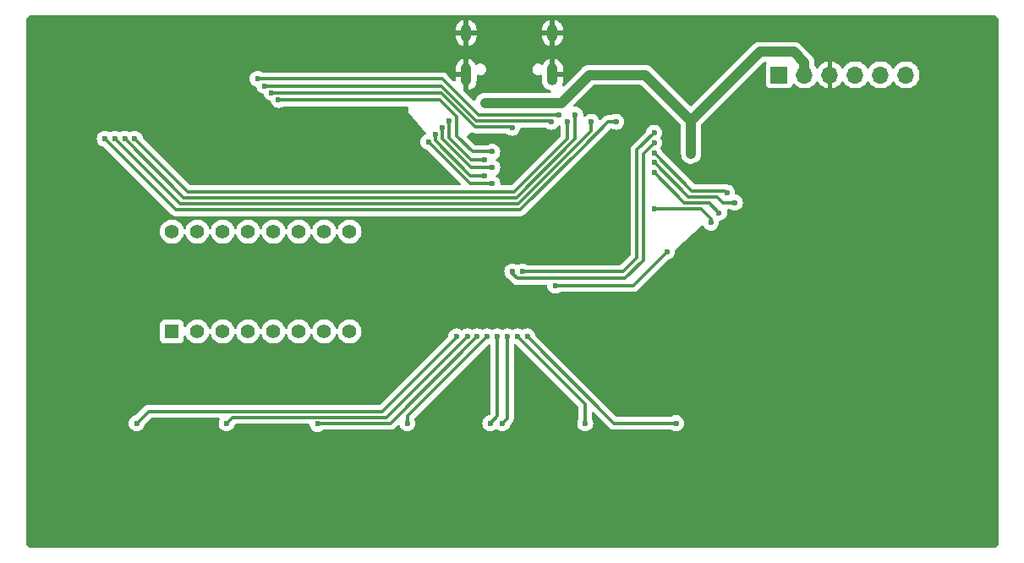
<source format=gbl>
G04 #@! TF.GenerationSoftware,KiCad,Pcbnew,7.0.5*
G04 #@! TF.CreationDate,2023-11-17T20:36:03+09:00*
G04 #@! TF.ProjectId,Sawareru_v4,53617761-7265-4727-955f-76342e6b6963,0.3.0*
G04 #@! TF.SameCoordinates,PX2faf080PY6422c40*
G04 #@! TF.FileFunction,Copper,L2,Bot*
G04 #@! TF.FilePolarity,Positive*
%FSLAX46Y46*%
G04 Gerber Fmt 4.6, Leading zero omitted, Abs format (unit mm)*
G04 Created by KiCad (PCBNEW 7.0.5) date 2023-11-17 20:36:03*
%MOMM*%
%LPD*%
G01*
G04 APERTURE LIST*
G04 #@! TA.AperFunction,ComponentPad*
%ADD10O,1.100000X2.200000*%
G04 #@! TD*
G04 #@! TA.AperFunction,ComponentPad*
%ADD11O,1.100000X1.700000*%
G04 #@! TD*
G04 #@! TA.AperFunction,ComponentPad*
%ADD12R,1.400000X1.400000*%
G04 #@! TD*
G04 #@! TA.AperFunction,ComponentPad*
%ADD13C,1.400000*%
G04 #@! TD*
G04 #@! TA.AperFunction,ComponentPad*
%ADD14R,1.700000X1.700000*%
G04 #@! TD*
G04 #@! TA.AperFunction,ComponentPad*
%ADD15O,1.700000X1.700000*%
G04 #@! TD*
G04 #@! TA.AperFunction,ViaPad*
%ADD16C,0.600000*%
G04 #@! TD*
G04 #@! TA.AperFunction,Conductor*
%ADD17C,1.000000*%
G04 #@! TD*
G04 #@! TA.AperFunction,Conductor*
%ADD18C,0.300000*%
G04 #@! TD*
G04 APERTURE END LIST*
D10*
X53520000Y48220000D03*
D11*
X53520000Y52400000D03*
D10*
X44880000Y48220000D03*
D11*
X44880000Y52400000D03*
D12*
X15420000Y22500000D03*
D13*
X17960000Y22500000D03*
X20500000Y22500000D03*
X23040000Y22500000D03*
X25580000Y22500000D03*
X28120000Y22500000D03*
X30660000Y22500000D03*
X33200000Y22500000D03*
X33200000Y32500000D03*
X30660000Y32500000D03*
X28120000Y32500000D03*
X25580000Y32500000D03*
X23040000Y32500000D03*
X20500000Y32500000D03*
X17960000Y32500000D03*
X15420000Y32500000D03*
D14*
X76225000Y48200000D03*
D15*
X78765000Y48200000D03*
X81305000Y48200000D03*
X83845000Y48200000D03*
X86385000Y48200000D03*
X88925000Y48200000D03*
D16*
X51580000Y45400000D03*
X67400000Y43600000D03*
X57200000Y48200000D03*
X67400000Y40300000D03*
X62800000Y48200000D03*
X46780000Y45400000D03*
X72300000Y41800000D03*
X96500000Y2500000D03*
X78300000Y21800000D03*
X65500000Y40300000D03*
X78400000Y31300000D03*
X50000000Y2500000D03*
X12700000Y22500000D03*
X66000000Y19000000D03*
X35500000Y22400000D03*
X51400000Y40100000D03*
X12600000Y32600000D03*
X33200000Y28100000D03*
X74300000Y30000000D03*
X46400000Y15800000D03*
X58600000Y32900000D03*
X96500000Y52500000D03*
X2500000Y2500000D03*
X45700000Y41800000D03*
X2000000Y53000000D03*
X61300000Y44700000D03*
X39700000Y38300000D03*
X51400000Y32900000D03*
X58600000Y40100000D03*
X50300000Y15800000D03*
X8700000Y19700000D03*
X63700000Y42400000D03*
X50500000Y28500000D03*
X63700000Y41400000D03*
X49500000Y28500000D03*
X65000000Y30500000D03*
X53800000Y27100000D03*
X47500000Y40500000D03*
X26100000Y45700000D03*
X25400000Y46400000D03*
X49500000Y42900000D03*
X24700000Y47100000D03*
X53400000Y43500000D03*
X24000000Y47800000D03*
X54200000Y44200000D03*
X55000000Y43500000D03*
X11700000Y41800000D03*
X10700000Y41800000D03*
X55800000Y44200000D03*
X57400000Y43500000D03*
X9700000Y41800000D03*
X8700000Y41800000D03*
X59900000Y43500000D03*
X69400000Y33400000D03*
X63700000Y34800000D03*
X70200000Y34400000D03*
X63700000Y38400000D03*
X63700000Y39400000D03*
X71800000Y35400000D03*
X71000000Y36400000D03*
X63700000Y40400000D03*
X51000000Y22000000D03*
X65900000Y13300000D03*
X56800000Y13300000D03*
X50000000Y22000000D03*
X48500000Y13300000D03*
X49000000Y22000000D03*
X47300000Y13300000D03*
X48000000Y22000000D03*
X47000000Y22000000D03*
X39000000Y13300000D03*
X46000000Y22000000D03*
X30000000Y13250500D03*
X45000000Y22000000D03*
X20900000Y13300000D03*
X43900000Y22000000D03*
X11900000Y13300000D03*
X43200000Y43600000D03*
X46700000Y39700000D03*
X42500000Y42900000D03*
X47500000Y38900000D03*
X46700000Y38100000D03*
X41800000Y42200000D03*
X47500000Y37300000D03*
X41100000Y41500000D03*
D17*
X62800000Y48200000D02*
X67400000Y43600000D01*
X74300000Y50500000D02*
X77667081Y50500000D01*
X57200000Y48200000D02*
X62800000Y48200000D01*
X67400000Y43600000D02*
X67400000Y40300000D01*
X77667081Y50500000D02*
X78765000Y49402081D01*
X67400000Y43600000D02*
X74300000Y50500000D01*
X78765000Y49402081D02*
X78765000Y48200000D01*
X46780000Y45400000D02*
X54400000Y45400000D01*
X54400000Y45400000D02*
X57200000Y48200000D01*
D18*
X62000000Y40500000D02*
X62000000Y40700000D01*
X62000000Y29900000D02*
X62000000Y40500000D01*
X60600000Y28500000D02*
X62000000Y29900000D01*
X50500000Y28500000D02*
X60600000Y28500000D01*
X62000000Y40700000D02*
X63700000Y42400000D01*
X49500000Y28300000D02*
X50000000Y27800000D01*
X49500000Y28500000D02*
X49500000Y28300000D01*
X62600000Y29600000D02*
X62600000Y40300000D01*
X62600000Y40300000D02*
X63700000Y41400000D01*
X60800000Y27800000D02*
X62600000Y29600000D01*
X50000000Y27800000D02*
X60800000Y27800000D01*
X53800000Y27100000D02*
X61000000Y27100000D01*
X61600000Y27100000D02*
X65000000Y30500000D01*
X61000000Y27100000D02*
X61600000Y27100000D01*
X45500000Y40500000D02*
X43900000Y42100000D01*
X43900000Y42100000D02*
X43900000Y44000000D01*
X42200000Y45700000D02*
X43900000Y44000000D01*
X26100000Y45700000D02*
X42200000Y45700000D01*
X47500000Y40500000D02*
X45500000Y40500000D01*
X49400000Y43000000D02*
X49500000Y42900000D01*
X42392894Y46400000D02*
X45792894Y43000000D01*
X25400000Y46400000D02*
X42392894Y46400000D01*
X45792894Y43000000D02*
X49400000Y43000000D01*
X42400000Y47100000D02*
X45900000Y43600000D01*
X45900000Y43600000D02*
X53300000Y43600000D01*
X24700000Y47100000D02*
X42400000Y47100000D01*
X53300000Y43600000D02*
X53400000Y43500000D01*
X46100000Y44200000D02*
X54200000Y44200000D01*
X42500000Y47800000D02*
X46100000Y44200000D01*
X24000000Y47800000D02*
X42500000Y47800000D01*
X17000000Y36500000D02*
X49700000Y36500000D01*
X55000000Y41800000D02*
X49700000Y36500000D01*
X17000000Y36500000D02*
X11700000Y41800000D01*
X55000000Y43500000D02*
X55000000Y41800000D01*
X49900000Y35900000D02*
X48700000Y35900000D01*
X55800000Y44200000D02*
X55800000Y41800000D01*
X16600000Y35900000D02*
X10700000Y41800000D01*
X48700000Y35900000D02*
X16600000Y35900000D01*
X55800000Y41800000D02*
X49900000Y35900000D01*
X57400000Y43500000D02*
X57400000Y42600000D01*
X48700000Y35300000D02*
X16200000Y35300000D01*
X16200000Y35300000D02*
X9700000Y41800000D01*
X57400000Y42600000D02*
X50100000Y35300000D01*
X50100000Y35300000D02*
X48700000Y35300000D01*
X15800000Y34700000D02*
X8700000Y41800000D01*
X48700000Y34700000D02*
X15800000Y34700000D01*
X56500000Y40900000D02*
X50300000Y34700000D01*
X50300000Y34700000D02*
X48700000Y34700000D01*
X59900000Y43500000D02*
X59100000Y43500000D01*
X59100000Y43500000D02*
X56500000Y40900000D01*
X69400000Y33400000D02*
X69400000Y33800000D01*
X68400000Y34800000D02*
X63700000Y34800000D01*
X69400000Y33800000D02*
X68400000Y34800000D01*
X66700000Y35400000D02*
X69200000Y35400000D01*
X69200000Y35400000D02*
X70200000Y34400000D01*
X63700000Y38400000D02*
X66700000Y35400000D01*
X63700000Y39400000D02*
X67100000Y36000000D01*
X70000000Y36000000D02*
X70600000Y35400000D01*
X67100000Y36000000D02*
X70000000Y36000000D01*
X70600000Y35400000D02*
X71800000Y35400000D01*
X63700000Y40400000D02*
X67500000Y36600000D01*
X70800000Y36600000D02*
X71000000Y36400000D01*
X67500000Y36600000D02*
X70800000Y36600000D01*
X51000000Y22000000D02*
X59700000Y13300000D01*
X59700000Y13300000D02*
X65900000Y13300000D01*
X56800000Y15200000D02*
X56800000Y13300000D01*
X50000000Y22000000D02*
X56800000Y15200000D01*
X49000000Y22000000D02*
X49000000Y13800000D01*
X49000000Y13800000D02*
X48500000Y13300000D01*
X48000000Y14700000D02*
X48000000Y14000000D01*
X48000000Y22000000D02*
X48000000Y14700000D01*
X48000000Y14000000D02*
X47300000Y13300000D01*
X39000000Y14000000D02*
X39000000Y13300000D01*
X47000000Y22000000D02*
X39000000Y14000000D01*
X30049500Y13300000D02*
X30000000Y13250500D01*
X37300000Y13300000D02*
X30049500Y13300000D01*
X46000000Y22000000D02*
X37400000Y13400000D01*
X37400000Y13400000D02*
X37300000Y13300000D01*
X45000000Y22000000D02*
X36900000Y13900000D01*
X21500000Y13900000D02*
X20900000Y13300000D01*
X36900000Y13900000D02*
X21500000Y13900000D01*
X11900000Y13300000D02*
X13100000Y14500000D01*
X43900000Y21900000D02*
X43900000Y22000000D01*
X36500000Y14500000D02*
X43900000Y21900000D01*
X13100000Y14500000D02*
X36500000Y14500000D01*
X43200000Y43600000D02*
X43200000Y41900000D01*
X43200000Y41900000D02*
X45400000Y39700000D01*
X45400000Y39700000D02*
X46700000Y39700000D01*
X42500000Y41792893D02*
X45392893Y38900000D01*
X45392893Y38900000D02*
X47500000Y38900000D01*
X42500000Y42900000D02*
X42500000Y41792893D01*
X45300000Y38100000D02*
X46700000Y38100000D01*
X41800000Y41600000D02*
X45300000Y38100000D01*
X41800000Y41600000D02*
X41800000Y42200000D01*
X41100000Y41500000D02*
X45300000Y37300000D01*
X45300000Y37300000D02*
X47500000Y37300000D01*
G04 #@! TA.AperFunction,Conductor*
G36*
X54280243Y43130052D02*
G01*
X54304994Y43101488D01*
X54330494Y43060905D01*
X54349500Y42994933D01*
X54349500Y42120808D01*
X54329815Y42053769D01*
X54313181Y42033127D01*
X49466873Y37186819D01*
X49405550Y37153334D01*
X49379192Y37150500D01*
X48427476Y37150500D01*
X48360437Y37170185D01*
X48314682Y37222989D01*
X48304256Y37288386D01*
X48305565Y37300002D01*
X48305565Y37300004D01*
X48285369Y37479250D01*
X48285368Y37479255D01*
X48242602Y37601472D01*
X48225789Y37649522D01*
X48224562Y37651474D01*
X48129815Y37802263D01*
X48002262Y37929816D01*
X48002261Y37929816D01*
X47898510Y37995008D01*
X47852221Y38047341D01*
X47841573Y38116394D01*
X47869948Y38180243D01*
X47898509Y38204993D01*
X48002262Y38270184D01*
X48129816Y38397738D01*
X48225789Y38550478D01*
X48285368Y38720745D01*
X48305565Y38900000D01*
X48285368Y39079255D01*
X48225789Y39249522D01*
X48129816Y39402262D01*
X48002262Y39529816D01*
X47898510Y39595008D01*
X47852221Y39647341D01*
X47841573Y39716394D01*
X47869948Y39780243D01*
X47898509Y39804993D01*
X48002262Y39870184D01*
X48129816Y39997738D01*
X48225789Y40150478D01*
X48285368Y40320745D01*
X48285369Y40320751D01*
X48305565Y40499997D01*
X48305565Y40500004D01*
X48285369Y40679250D01*
X48285368Y40679255D01*
X48272989Y40714633D01*
X48225789Y40849522D01*
X48129816Y41002262D01*
X48002262Y41129816D01*
X47938017Y41170184D01*
X47849523Y41225789D01*
X47679254Y41285369D01*
X47679249Y41285370D01*
X47500004Y41305565D01*
X47499996Y41305565D01*
X47320750Y41285370D01*
X47320737Y41285367D01*
X47150481Y41225791D01*
X47150477Y41225790D01*
X47060904Y41169506D01*
X46994932Y41150500D01*
X45820808Y41150500D01*
X45753769Y41170185D01*
X45733127Y41186819D01*
X44997653Y41922293D01*
X44964168Y41983616D01*
X44969152Y42053308D01*
X44997649Y42097650D01*
X45313519Y42413521D01*
X45374840Y42447004D01*
X45444532Y42442020D01*
X45451873Y42438513D01*
X45451970Y42438737D01*
X45459128Y42435640D01*
X45459130Y42435638D01*
X45503705Y42416349D01*
X45508944Y42413783D01*
X45551526Y42390373D01*
X45572098Y42385092D01*
X45590488Y42378795D01*
X45609968Y42370365D01*
X45657944Y42362767D01*
X45663641Y42361587D01*
X45710717Y42349500D01*
X45731945Y42349500D01*
X45751342Y42347974D01*
X45772297Y42344655D01*
X45772298Y42344654D01*
X45772298Y42344655D01*
X45772299Y42344654D01*
X45820654Y42349225D01*
X45826493Y42349500D01*
X48867060Y42349500D01*
X48934099Y42329815D01*
X48954741Y42313181D01*
X48997738Y42270184D01*
X49150478Y42174211D01*
X49277352Y42129816D01*
X49320745Y42114632D01*
X49320750Y42114631D01*
X49499996Y42094435D01*
X49500000Y42094435D01*
X49500004Y42094435D01*
X49679249Y42114631D01*
X49679252Y42114632D01*
X49679255Y42114632D01*
X49849522Y42174211D01*
X50002262Y42270184D01*
X50129816Y42397738D01*
X50225789Y42550478D01*
X50285368Y42720745D01*
X50285369Y42720750D01*
X50298736Y42839384D01*
X50325803Y42903798D01*
X50383397Y42943353D01*
X50421956Y42949500D01*
X52767060Y42949500D01*
X52834099Y42929815D01*
X52854741Y42913181D01*
X52897738Y42870184D01*
X52946756Y42839384D01*
X53037879Y42782127D01*
X53050478Y42774211D01*
X53123550Y42748642D01*
X53220745Y42714632D01*
X53220750Y42714631D01*
X53399996Y42694435D01*
X53400000Y42694435D01*
X53400004Y42694435D01*
X53579249Y42714631D01*
X53579252Y42714632D01*
X53579255Y42714632D01*
X53749522Y42774211D01*
X53902262Y42870184D01*
X54029816Y42997738D01*
X54095007Y43101490D01*
X54147341Y43147779D01*
X54216394Y43158427D01*
X54280243Y43130052D01*
G37*
G04 #@! TD.AperFunction*
G04 #@! TA.AperFunction,Conductor*
G36*
X97815677Y54180315D02*
G01*
X97836319Y54163681D01*
X98163682Y53836318D01*
X98197166Y53774997D01*
X98200000Y53748639D01*
X98200000Y1251362D01*
X98180315Y1184323D01*
X98163681Y1163681D01*
X97836319Y836319D01*
X97774996Y802834D01*
X97748638Y800000D01*
X1251362Y800000D01*
X1184323Y819685D01*
X1163681Y836319D01*
X836319Y1163681D01*
X802834Y1225004D01*
X800000Y1251362D01*
X800000Y13299997D01*
X11094435Y13299997D01*
X11114630Y13120751D01*
X11114631Y13120746D01*
X11174211Y12950477D01*
X11266357Y12803828D01*
X11270184Y12797738D01*
X11397738Y12670184D01*
X11550478Y12574211D01*
X11691938Y12524712D01*
X11720745Y12514632D01*
X11720750Y12514631D01*
X11899996Y12494435D01*
X11900000Y12494435D01*
X11900004Y12494435D01*
X12079249Y12514631D01*
X12079252Y12514632D01*
X12079255Y12514632D01*
X12249522Y12574211D01*
X12402262Y12670184D01*
X12529816Y12797738D01*
X12625789Y12950478D01*
X12685368Y13120745D01*
X12686182Y13127975D01*
X12713245Y13192389D01*
X12721712Y13201768D01*
X13333126Y13813181D01*
X13394450Y13846666D01*
X13420808Y13849500D01*
X20075504Y13849500D01*
X20142543Y13829815D01*
X20188298Y13777011D01*
X20198242Y13707853D01*
X20180497Y13659527D01*
X20174211Y13649525D01*
X20114631Y13479255D01*
X20114630Y13479250D01*
X20094435Y13300004D01*
X20094435Y13299997D01*
X20114630Y13120751D01*
X20114631Y13120746D01*
X20174211Y12950477D01*
X20266357Y12803828D01*
X20270184Y12797738D01*
X20397738Y12670184D01*
X20550478Y12574211D01*
X20691938Y12524712D01*
X20720745Y12514632D01*
X20720750Y12514631D01*
X20899996Y12494435D01*
X20900000Y12494435D01*
X20900004Y12494435D01*
X21079249Y12514631D01*
X21079252Y12514632D01*
X21079255Y12514632D01*
X21249522Y12574211D01*
X21402262Y12670184D01*
X21529816Y12797738D01*
X21625789Y12950478D01*
X21685368Y13120745D01*
X21686182Y13127975D01*
X21713245Y13192388D01*
X21721723Y13201778D01*
X21733133Y13213189D01*
X21794462Y13246669D01*
X21820809Y13249500D01*
X29083734Y13249500D01*
X29150773Y13229815D01*
X29196528Y13177011D01*
X29206954Y13139384D01*
X29214630Y13071250D01*
X29214631Y13071246D01*
X29274211Y12900977D01*
X29366575Y12753981D01*
X29370184Y12748238D01*
X29497738Y12620684D01*
X29650478Y12524711D01*
X29737002Y12494435D01*
X29820745Y12465132D01*
X29820750Y12465131D01*
X29999996Y12444935D01*
X30000000Y12444935D01*
X30000004Y12444935D01*
X30179249Y12465131D01*
X30179252Y12465132D01*
X30179255Y12465132D01*
X30349522Y12524711D01*
X30502262Y12620684D01*
X30502263Y12620685D01*
X30504470Y12622445D01*
X30506166Y12623138D01*
X30508158Y12624389D01*
X30508377Y12624041D01*
X30569156Y12648855D01*
X30581785Y12649500D01*
X37214495Y12649500D01*
X37230505Y12647733D01*
X37230528Y12647974D01*
X37238294Y12647240D01*
X37238295Y12647241D01*
X37238296Y12647240D01*
X37245271Y12647460D01*
X37309235Y12649469D01*
X37311183Y12649500D01*
X37340925Y12649500D01*
X37348190Y12650419D01*
X37354016Y12650878D01*
X37402569Y12652403D01*
X37422956Y12658327D01*
X37441996Y12662269D01*
X37463058Y12664929D01*
X37508235Y12682817D01*
X37513735Y12684700D01*
X37560398Y12698256D01*
X37578665Y12709061D01*
X37596136Y12717620D01*
X37615871Y12725432D01*
X37655177Y12753990D01*
X37660043Y12757187D01*
X37701865Y12781919D01*
X37716870Y12796925D01*
X37731668Y12809564D01*
X37748837Y12822037D01*
X37779804Y12859472D01*
X37783718Y12863774D01*
X37888911Y12968965D01*
X38030002Y13110057D01*
X38091322Y13143540D01*
X38161014Y13138556D01*
X38216948Y13096685D01*
X38234723Y13063328D01*
X38274210Y12950479D01*
X38366357Y12803828D01*
X38370184Y12797738D01*
X38497738Y12670184D01*
X38650478Y12574211D01*
X38791938Y12524712D01*
X38820745Y12514632D01*
X38820750Y12514631D01*
X38999996Y12494435D01*
X39000000Y12494435D01*
X39000004Y12494435D01*
X39179249Y12514631D01*
X39179252Y12514632D01*
X39179255Y12514632D01*
X39349522Y12574211D01*
X39502262Y12670184D01*
X39629816Y12797738D01*
X39725789Y12950478D01*
X39785368Y13120745D01*
X39785369Y13120751D01*
X39805565Y13299997D01*
X39805565Y13300004D01*
X39785369Y13479250D01*
X39785366Y13479263D01*
X39725791Y13649518D01*
X39725789Y13649521D01*
X39725789Y13649522D01*
X39718076Y13661797D01*
X39699078Y13729032D01*
X39719447Y13795867D01*
X39735386Y13815442D01*
X47098224Y21178280D01*
X47159545Y21211763D01*
X47172019Y21213817D01*
X47179255Y21214632D01*
X47184542Y21216483D01*
X47254316Y21220048D01*
X47314945Y21185324D01*
X47347177Y21123333D01*
X47349500Y21099443D01*
X47349500Y14320809D01*
X47329815Y14253770D01*
X47313181Y14233127D01*
X47201775Y14121722D01*
X47140452Y14088238D01*
X47127988Y14086185D01*
X47120752Y14085370D01*
X47120744Y14085368D01*
X46950478Y14025790D01*
X46797737Y13929816D01*
X46670184Y13802263D01*
X46574211Y13649524D01*
X46514631Y13479255D01*
X46514630Y13479250D01*
X46494435Y13300004D01*
X46494435Y13299997D01*
X46514630Y13120751D01*
X46514631Y13120746D01*
X46574211Y12950477D01*
X46666357Y12803828D01*
X46670184Y12797738D01*
X46797738Y12670184D01*
X46950478Y12574211D01*
X47091938Y12524712D01*
X47120745Y12514632D01*
X47120750Y12514631D01*
X47299996Y12494435D01*
X47300000Y12494435D01*
X47300004Y12494435D01*
X47479249Y12514631D01*
X47479252Y12514632D01*
X47479255Y12514632D01*
X47649522Y12574211D01*
X47802262Y12670184D01*
X47812319Y12680242D01*
X47873642Y12713726D01*
X47943334Y12708742D01*
X47987681Y12680241D01*
X47997738Y12670184D01*
X48150478Y12574211D01*
X48291938Y12524712D01*
X48320745Y12514632D01*
X48320750Y12514631D01*
X48499996Y12494435D01*
X48500000Y12494435D01*
X48500004Y12494435D01*
X48679249Y12514631D01*
X48679252Y12514632D01*
X48679255Y12514632D01*
X48849522Y12574211D01*
X49002262Y12670184D01*
X49129816Y12797738D01*
X49225789Y12950478D01*
X49285368Y13120745D01*
X49286182Y13127975D01*
X49313245Y13192388D01*
X49321714Y13201770D01*
X49399511Y13279568D01*
X49412077Y13289632D01*
X49411922Y13289820D01*
X49417930Y13294792D01*
X49417940Y13294798D01*
X49466569Y13346584D01*
X49467871Y13347927D01*
X49488911Y13368966D01*
X49493403Y13374759D01*
X49497193Y13379195D01*
X49530448Y13414607D01*
X49540670Y13433204D01*
X49551355Y13449469D01*
X49564363Y13466237D01*
X49583651Y13510813D01*
X49586224Y13516064D01*
X49586561Y13516679D01*
X49609627Y13558632D01*
X49614904Y13579192D01*
X49621206Y13597597D01*
X49629636Y13617074D01*
X49636359Y13659527D01*
X49637235Y13665055D01*
X49638417Y13670766D01*
X49650500Y13717823D01*
X49650500Y13739046D01*
X49652027Y13758445D01*
X49653753Y13769344D01*
X49655347Y13779405D01*
X49650775Y13827770D01*
X49650500Y13833608D01*
X49650500Y21099443D01*
X49670185Y21166482D01*
X49722989Y21212237D01*
X49792147Y21222181D01*
X49815446Y21216487D01*
X49820745Y21214632D01*
X49827974Y21213818D01*
X49892388Y21186754D01*
X49901776Y21178278D01*
X56113181Y14966873D01*
X56146666Y14905550D01*
X56149500Y14879192D01*
X56149500Y13805069D01*
X56130494Y13739097D01*
X56074211Y13649523D01*
X56074209Y13649519D01*
X56014633Y13479263D01*
X56014630Y13479250D01*
X55994435Y13300004D01*
X55994435Y13299997D01*
X56014630Y13120751D01*
X56014631Y13120746D01*
X56074211Y12950477D01*
X56166357Y12803828D01*
X56170184Y12797738D01*
X56297738Y12670184D01*
X56450478Y12574211D01*
X56591938Y12524712D01*
X56620745Y12514632D01*
X56620750Y12514631D01*
X56799996Y12494435D01*
X56800000Y12494435D01*
X56800004Y12494435D01*
X56979249Y12514631D01*
X56979252Y12514632D01*
X56979255Y12514632D01*
X57149522Y12574211D01*
X57302262Y12670184D01*
X57429816Y12797738D01*
X57525789Y12950478D01*
X57585368Y13120745D01*
X57585369Y13120751D01*
X57605565Y13299997D01*
X57605565Y13300004D01*
X57585369Y13479250D01*
X57585366Y13479263D01*
X57525790Y13649519D01*
X57525789Y13649522D01*
X57504008Y13684186D01*
X57469506Y13739097D01*
X57450500Y13805069D01*
X57450500Y14330192D01*
X57470185Y14397231D01*
X57522989Y14442986D01*
X57592147Y14452930D01*
X57655703Y14423905D01*
X57662181Y14417873D01*
X59179564Y12900490D01*
X59189635Y12887920D01*
X59189822Y12888074D01*
X59194795Y12882063D01*
X59246542Y12833469D01*
X59247909Y12832145D01*
X59268965Y12811089D01*
X59268968Y12811087D01*
X59274757Y12806595D01*
X59279197Y12802803D01*
X59308498Y12775289D01*
X59314607Y12769552D01*
X59314610Y12769550D01*
X59314612Y12769549D01*
X59333207Y12759326D01*
X59349468Y12748644D01*
X59366232Y12735641D01*
X59366236Y12735638D01*
X59407867Y12717623D01*
X59410811Y12716349D01*
X59416050Y12713783D01*
X59458632Y12690373D01*
X59479204Y12685092D01*
X59497594Y12678795D01*
X59517074Y12670365D01*
X59561221Y12663374D01*
X59565048Y12662767D01*
X59570757Y12661585D01*
X59617823Y12649500D01*
X59639045Y12649500D01*
X59658444Y12647974D01*
X59679405Y12644653D01*
X59724104Y12648879D01*
X59727770Y12649225D01*
X59733608Y12649500D01*
X65394932Y12649500D01*
X65460904Y12630494D01*
X65550477Y12574211D01*
X65550481Y12574210D01*
X65720737Y12514634D01*
X65720743Y12514633D01*
X65720745Y12514632D01*
X65720746Y12514632D01*
X65720750Y12514631D01*
X65899996Y12494435D01*
X65900000Y12494435D01*
X65900004Y12494435D01*
X66079249Y12514631D01*
X66079252Y12514632D01*
X66079255Y12514632D01*
X66249522Y12574211D01*
X66402262Y12670184D01*
X66529816Y12797738D01*
X66625789Y12950478D01*
X66685368Y13120745D01*
X66685369Y13120751D01*
X66705565Y13299997D01*
X66705565Y13300004D01*
X66685369Y13479250D01*
X66685368Y13479255D01*
X66625788Y13649524D01*
X66582871Y13717826D01*
X66529816Y13802262D01*
X66402262Y13929816D01*
X66339096Y13969506D01*
X66249523Y14025789D01*
X66079254Y14085369D01*
X66079249Y14085370D01*
X65900004Y14105565D01*
X65899996Y14105565D01*
X65720750Y14085370D01*
X65720737Y14085367D01*
X65550481Y14025791D01*
X65550477Y14025790D01*
X65460904Y13969506D01*
X65394932Y13950500D01*
X60020808Y13950500D01*
X59953769Y13970185D01*
X59933127Y13986819D01*
X51821722Y22098224D01*
X51788237Y22159547D01*
X51786182Y22172027D01*
X51785368Y22179255D01*
X51725789Y22349522D01*
X51629816Y22502262D01*
X51502262Y22629816D01*
X51464265Y22653691D01*
X51349523Y22725789D01*
X51179254Y22785369D01*
X51179249Y22785370D01*
X51000004Y22805565D01*
X50999996Y22805565D01*
X50820750Y22785370D01*
X50820737Y22785367D01*
X50650482Y22725792D01*
X50565970Y22672690D01*
X50498733Y22653691D01*
X50434027Y22672691D01*
X50349523Y22725789D01*
X50179254Y22785369D01*
X50179249Y22785370D01*
X50000004Y22805565D01*
X49999996Y22805565D01*
X49820750Y22785370D01*
X49820737Y22785367D01*
X49650479Y22725791D01*
X49565971Y22672691D01*
X49498734Y22653691D01*
X49434029Y22672691D01*
X49349520Y22725791D01*
X49179262Y22785367D01*
X49179249Y22785370D01*
X49000004Y22805565D01*
X48999996Y22805565D01*
X48820750Y22785370D01*
X48820737Y22785367D01*
X48650482Y22725792D01*
X48565970Y22672690D01*
X48498733Y22653691D01*
X48434027Y22672691D01*
X48349523Y22725789D01*
X48179254Y22785369D01*
X48179249Y22785370D01*
X48000004Y22805565D01*
X47999996Y22805565D01*
X47820750Y22785370D01*
X47820737Y22785367D01*
X47650479Y22725791D01*
X47565971Y22672691D01*
X47498734Y22653691D01*
X47434029Y22672691D01*
X47349520Y22725791D01*
X47179262Y22785367D01*
X47179249Y22785370D01*
X47000004Y22805565D01*
X46999996Y22805565D01*
X46820750Y22785370D01*
X46820737Y22785367D01*
X46650482Y22725792D01*
X46565970Y22672690D01*
X46498733Y22653691D01*
X46434027Y22672691D01*
X46349523Y22725789D01*
X46179254Y22785369D01*
X46179249Y22785370D01*
X46000004Y22805565D01*
X45999996Y22805565D01*
X45820750Y22785370D01*
X45820737Y22785367D01*
X45650479Y22725791D01*
X45565971Y22672691D01*
X45498734Y22653691D01*
X45434029Y22672691D01*
X45349520Y22725791D01*
X45179262Y22785367D01*
X45179249Y22785370D01*
X45000004Y22805565D01*
X44999996Y22805565D01*
X44820750Y22785370D01*
X44820745Y22785369D01*
X44650476Y22725789D01*
X44515972Y22641273D01*
X44448736Y22622273D01*
X44384028Y22641273D01*
X44249523Y22725789D01*
X44079254Y22785369D01*
X44079249Y22785370D01*
X43900004Y22805565D01*
X43899996Y22805565D01*
X43720750Y22785370D01*
X43720745Y22785369D01*
X43550476Y22725789D01*
X43397737Y22629816D01*
X43270184Y22502263D01*
X43174210Y22349522D01*
X43114630Y22179250D01*
X43101118Y22059324D01*
X43074051Y21994910D01*
X43065579Y21985527D01*
X36266873Y15186819D01*
X36205550Y15153334D01*
X36179192Y15150500D01*
X13185504Y15150500D01*
X13169493Y15152268D01*
X13169471Y15152026D01*
X13161704Y15152761D01*
X13090764Y15150531D01*
X13088816Y15150500D01*
X13059075Y15150500D01*
X13059071Y15150500D01*
X13059061Y15150499D01*
X13051793Y15149581D01*
X13045976Y15149124D01*
X12997435Y15147598D01*
X12997424Y15147596D01*
X12977048Y15141677D01*
X12958008Y15137734D01*
X12936947Y15135073D01*
X12936939Y15135071D01*
X12891775Y15117189D01*
X12886247Y15115297D01*
X12839602Y15101745D01*
X12821332Y15090940D01*
X12803863Y15082382D01*
X12784128Y15074568D01*
X12784126Y15074567D01*
X12744839Y15046023D01*
X12739956Y15042816D01*
X12698132Y15018081D01*
X12683126Y15003074D01*
X12668336Y14990442D01*
X12651167Y14977968D01*
X12651165Y14977966D01*
X12620194Y14940530D01*
X12616262Y14936209D01*
X11801775Y14121723D01*
X11740452Y14088238D01*
X11727988Y14086185D01*
X11720752Y14085370D01*
X11720744Y14085368D01*
X11550478Y14025790D01*
X11397737Y13929816D01*
X11270184Y13802263D01*
X11174211Y13649524D01*
X11114631Y13479255D01*
X11114630Y13479250D01*
X11094435Y13300004D01*
X11094435Y13299997D01*
X800000Y13299997D01*
X800000Y21752130D01*
X14219500Y21752130D01*
X14219501Y21752124D01*
X14225908Y21692517D01*
X14276202Y21557672D01*
X14276206Y21557665D01*
X14362452Y21442456D01*
X14362455Y21442453D01*
X14477664Y21356207D01*
X14477671Y21356203D01*
X14612517Y21305909D01*
X14612516Y21305909D01*
X14619444Y21305165D01*
X14672127Y21299500D01*
X16167872Y21299501D01*
X16227483Y21305909D01*
X16362331Y21356204D01*
X16477546Y21442454D01*
X16563796Y21557669D01*
X16614091Y21692517D01*
X16620500Y21752127D01*
X16620499Y21969581D01*
X16640183Y22036618D01*
X16692987Y22082373D01*
X16762145Y22092317D01*
X16825701Y22063292D01*
X16855499Y22024851D01*
X16934938Y21865317D01*
X16934943Y21865309D01*
X17069020Y21687762D01*
X17233437Y21537877D01*
X17233439Y21537875D01*
X17422595Y21420755D01*
X17422596Y21420755D01*
X17422599Y21420753D01*
X17630060Y21340382D01*
X17848757Y21299500D01*
X17848759Y21299500D01*
X18071241Y21299500D01*
X18071243Y21299500D01*
X18289940Y21340382D01*
X18497401Y21420753D01*
X18686562Y21537876D01*
X18850981Y21687764D01*
X18985058Y21865311D01*
X19084229Y22064472D01*
X19110734Y22157629D01*
X19148013Y22216722D01*
X19211323Y22246279D01*
X19280562Y22236917D01*
X19333749Y22191607D01*
X19349266Y22157628D01*
X19375769Y22064477D01*
X19375775Y22064462D01*
X19474938Y21865317D01*
X19474943Y21865309D01*
X19609020Y21687762D01*
X19773437Y21537877D01*
X19773439Y21537875D01*
X19962595Y21420755D01*
X19962596Y21420755D01*
X19962599Y21420753D01*
X20170060Y21340382D01*
X20388757Y21299500D01*
X20388759Y21299500D01*
X20611241Y21299500D01*
X20611243Y21299500D01*
X20829940Y21340382D01*
X21037401Y21420753D01*
X21226562Y21537876D01*
X21390981Y21687764D01*
X21525058Y21865311D01*
X21624229Y22064472D01*
X21650734Y22157629D01*
X21688013Y22216722D01*
X21751323Y22246279D01*
X21820562Y22236917D01*
X21873749Y22191607D01*
X21889266Y22157628D01*
X21915769Y22064477D01*
X21915775Y22064462D01*
X22014938Y21865317D01*
X22014943Y21865309D01*
X22149020Y21687762D01*
X22313437Y21537877D01*
X22313439Y21537875D01*
X22502595Y21420755D01*
X22502596Y21420755D01*
X22502599Y21420753D01*
X22710060Y21340382D01*
X22928757Y21299500D01*
X22928759Y21299500D01*
X23151241Y21299500D01*
X23151243Y21299500D01*
X23369940Y21340382D01*
X23577401Y21420753D01*
X23766562Y21537876D01*
X23930981Y21687764D01*
X24065058Y21865311D01*
X24164229Y22064472D01*
X24190734Y22157629D01*
X24228013Y22216722D01*
X24291323Y22246279D01*
X24360562Y22236917D01*
X24413749Y22191607D01*
X24429266Y22157628D01*
X24455769Y22064477D01*
X24455775Y22064462D01*
X24554938Y21865317D01*
X24554943Y21865309D01*
X24689020Y21687762D01*
X24853437Y21537877D01*
X24853439Y21537875D01*
X25042595Y21420755D01*
X25042596Y21420755D01*
X25042599Y21420753D01*
X25250060Y21340382D01*
X25468757Y21299500D01*
X25468759Y21299500D01*
X25691241Y21299500D01*
X25691243Y21299500D01*
X25909940Y21340382D01*
X26117401Y21420753D01*
X26306562Y21537876D01*
X26470981Y21687764D01*
X26605058Y21865311D01*
X26704229Y22064472D01*
X26730734Y22157629D01*
X26768013Y22216722D01*
X26831323Y22246279D01*
X26900562Y22236917D01*
X26953749Y22191607D01*
X26969266Y22157628D01*
X26995769Y22064477D01*
X26995775Y22064462D01*
X27094938Y21865317D01*
X27094943Y21865309D01*
X27229020Y21687762D01*
X27393437Y21537877D01*
X27393439Y21537875D01*
X27582595Y21420755D01*
X27582596Y21420755D01*
X27582599Y21420753D01*
X27790060Y21340382D01*
X28008757Y21299500D01*
X28008759Y21299500D01*
X28231241Y21299500D01*
X28231243Y21299500D01*
X28449940Y21340382D01*
X28657401Y21420753D01*
X28846562Y21537876D01*
X29010981Y21687764D01*
X29145058Y21865311D01*
X29244229Y22064472D01*
X29270734Y22157629D01*
X29308013Y22216722D01*
X29371323Y22246279D01*
X29440562Y22236917D01*
X29493749Y22191607D01*
X29509266Y22157628D01*
X29535769Y22064477D01*
X29535775Y22064462D01*
X29634938Y21865317D01*
X29634943Y21865309D01*
X29769020Y21687762D01*
X29933437Y21537877D01*
X29933439Y21537875D01*
X30122595Y21420755D01*
X30122596Y21420755D01*
X30122599Y21420753D01*
X30330060Y21340382D01*
X30548757Y21299500D01*
X30548759Y21299500D01*
X30771241Y21299500D01*
X30771243Y21299500D01*
X30989940Y21340382D01*
X31197401Y21420753D01*
X31386562Y21537876D01*
X31550981Y21687764D01*
X31685058Y21865311D01*
X31784229Y22064472D01*
X31810734Y22157629D01*
X31848013Y22216722D01*
X31911323Y22246279D01*
X31980562Y22236917D01*
X32033749Y22191607D01*
X32049266Y22157628D01*
X32075769Y22064477D01*
X32075775Y22064462D01*
X32174938Y21865317D01*
X32174943Y21865309D01*
X32309020Y21687762D01*
X32473437Y21537877D01*
X32473439Y21537875D01*
X32662595Y21420755D01*
X32662596Y21420755D01*
X32662599Y21420753D01*
X32870060Y21340382D01*
X33088757Y21299500D01*
X33088759Y21299500D01*
X33311241Y21299500D01*
X33311243Y21299500D01*
X33529940Y21340382D01*
X33737401Y21420753D01*
X33926562Y21537876D01*
X34090981Y21687764D01*
X34225058Y21865311D01*
X34324229Y22064472D01*
X34385115Y22278464D01*
X34405643Y22500000D01*
X34398037Y22582078D01*
X34385115Y22721536D01*
X34385114Y22721538D01*
X34383904Y22725789D01*
X34324229Y22935528D01*
X34304500Y22975149D01*
X34225061Y23134684D01*
X34225056Y23134692D01*
X34090979Y23312239D01*
X33926562Y23462124D01*
X33926560Y23462126D01*
X33737404Y23579246D01*
X33737398Y23579248D01*
X33529940Y23659618D01*
X33311243Y23700500D01*
X33088757Y23700500D01*
X32870060Y23659618D01*
X32829219Y23643796D01*
X32662601Y23579248D01*
X32662595Y23579246D01*
X32473439Y23462126D01*
X32473437Y23462124D01*
X32309020Y23312239D01*
X32174943Y23134692D01*
X32174938Y23134684D01*
X32075775Y22935539D01*
X32075769Y22935524D01*
X32049266Y22842373D01*
X32011987Y22783279D01*
X31948677Y22753722D01*
X31879438Y22763084D01*
X31826251Y22808394D01*
X31810734Y22842373D01*
X31784230Y22935524D01*
X31784229Y22935528D01*
X31764500Y22975149D01*
X31685061Y23134684D01*
X31685056Y23134692D01*
X31550979Y23312239D01*
X31386562Y23462124D01*
X31386560Y23462126D01*
X31197404Y23579246D01*
X31197398Y23579248D01*
X30989940Y23659618D01*
X30771243Y23700500D01*
X30548757Y23700500D01*
X30330060Y23659618D01*
X30289219Y23643796D01*
X30122601Y23579248D01*
X30122595Y23579246D01*
X29933439Y23462126D01*
X29933437Y23462124D01*
X29769020Y23312239D01*
X29634943Y23134692D01*
X29634938Y23134684D01*
X29535775Y22935539D01*
X29535769Y22935524D01*
X29509266Y22842373D01*
X29471987Y22783279D01*
X29408677Y22753722D01*
X29339438Y22763084D01*
X29286251Y22808394D01*
X29270734Y22842373D01*
X29244230Y22935524D01*
X29244229Y22935528D01*
X29224500Y22975149D01*
X29145061Y23134684D01*
X29145056Y23134692D01*
X29010979Y23312239D01*
X28846562Y23462124D01*
X28846560Y23462126D01*
X28657404Y23579246D01*
X28657398Y23579248D01*
X28449940Y23659618D01*
X28231243Y23700500D01*
X28008757Y23700500D01*
X27790060Y23659618D01*
X27749219Y23643796D01*
X27582601Y23579248D01*
X27582595Y23579246D01*
X27393439Y23462126D01*
X27393437Y23462124D01*
X27229020Y23312239D01*
X27094943Y23134692D01*
X27094938Y23134684D01*
X26995775Y22935539D01*
X26995769Y22935524D01*
X26969266Y22842373D01*
X26931987Y22783279D01*
X26868677Y22753722D01*
X26799438Y22763084D01*
X26746251Y22808394D01*
X26730734Y22842373D01*
X26704230Y22935524D01*
X26704229Y22935528D01*
X26684500Y22975149D01*
X26605061Y23134684D01*
X26605056Y23134692D01*
X26470979Y23312239D01*
X26306562Y23462124D01*
X26306560Y23462126D01*
X26117404Y23579246D01*
X26117398Y23579248D01*
X25909940Y23659618D01*
X25691243Y23700500D01*
X25468757Y23700500D01*
X25250060Y23659618D01*
X25209219Y23643796D01*
X25042601Y23579248D01*
X25042595Y23579246D01*
X24853439Y23462126D01*
X24853437Y23462124D01*
X24689020Y23312239D01*
X24554943Y23134692D01*
X24554938Y23134684D01*
X24455775Y22935539D01*
X24455769Y22935524D01*
X24429266Y22842373D01*
X24391987Y22783279D01*
X24328677Y22753722D01*
X24259438Y22763084D01*
X24206251Y22808394D01*
X24190734Y22842373D01*
X24164230Y22935524D01*
X24164229Y22935528D01*
X24144500Y22975149D01*
X24065061Y23134684D01*
X24065056Y23134692D01*
X23930979Y23312239D01*
X23766562Y23462124D01*
X23766560Y23462126D01*
X23577404Y23579246D01*
X23577398Y23579248D01*
X23369940Y23659618D01*
X23151243Y23700500D01*
X22928757Y23700500D01*
X22710060Y23659618D01*
X22669219Y23643796D01*
X22502601Y23579248D01*
X22502595Y23579246D01*
X22313439Y23462126D01*
X22313437Y23462124D01*
X22149020Y23312239D01*
X22014943Y23134692D01*
X22014938Y23134684D01*
X21915775Y22935539D01*
X21915769Y22935524D01*
X21889266Y22842373D01*
X21851987Y22783279D01*
X21788677Y22753722D01*
X21719438Y22763084D01*
X21666251Y22808394D01*
X21650734Y22842373D01*
X21624230Y22935524D01*
X21624229Y22935528D01*
X21604500Y22975149D01*
X21525061Y23134684D01*
X21525056Y23134692D01*
X21390979Y23312239D01*
X21226562Y23462124D01*
X21226560Y23462126D01*
X21037404Y23579246D01*
X21037398Y23579248D01*
X20829940Y23659618D01*
X20611243Y23700500D01*
X20388757Y23700500D01*
X20170060Y23659618D01*
X20129219Y23643796D01*
X19962601Y23579248D01*
X19962595Y23579246D01*
X19773439Y23462126D01*
X19773437Y23462124D01*
X19609020Y23312239D01*
X19474943Y23134692D01*
X19474938Y23134684D01*
X19375775Y22935539D01*
X19375769Y22935524D01*
X19349266Y22842373D01*
X19311987Y22783279D01*
X19248677Y22753722D01*
X19179438Y22763084D01*
X19126251Y22808394D01*
X19110734Y22842373D01*
X19084230Y22935524D01*
X19084229Y22935528D01*
X19064500Y22975149D01*
X18985061Y23134684D01*
X18985056Y23134692D01*
X18850979Y23312239D01*
X18686562Y23462124D01*
X18686560Y23462126D01*
X18497404Y23579246D01*
X18497398Y23579248D01*
X18289940Y23659618D01*
X18071243Y23700500D01*
X17848757Y23700500D01*
X17630060Y23659618D01*
X17589219Y23643796D01*
X17422601Y23579248D01*
X17422595Y23579246D01*
X17233439Y23462126D01*
X17233437Y23462124D01*
X17069020Y23312239D01*
X16934943Y23134692D01*
X16934938Y23134684D01*
X16855499Y22975149D01*
X16807996Y22923912D01*
X16740333Y22906491D01*
X16673993Y22928417D01*
X16630038Y22982728D01*
X16620499Y23030421D01*
X16620499Y23247871D01*
X16620498Y23247877D01*
X16620497Y23247884D01*
X16614091Y23307483D01*
X16612318Y23312236D01*
X16563797Y23442329D01*
X16563793Y23442336D01*
X16477547Y23557545D01*
X16477544Y23557548D01*
X16362335Y23643794D01*
X16362328Y23643798D01*
X16227482Y23694092D01*
X16227483Y23694092D01*
X16167883Y23700499D01*
X16167881Y23700500D01*
X16167873Y23700500D01*
X16167864Y23700500D01*
X14672129Y23700500D01*
X14672123Y23700499D01*
X14612516Y23694092D01*
X14477671Y23643798D01*
X14477664Y23643794D01*
X14362455Y23557548D01*
X14362452Y23557545D01*
X14276206Y23442336D01*
X14276202Y23442329D01*
X14225908Y23307483D01*
X14219501Y23247884D01*
X14219501Y23247877D01*
X14219500Y23247865D01*
X14219500Y21752130D01*
X800000Y21752130D01*
X800000Y28499997D01*
X48694435Y28499997D01*
X48714630Y28320751D01*
X48714631Y28320746D01*
X48774211Y28150477D01*
X48842348Y28042039D01*
X48870184Y27997738D01*
X48997738Y27870184D01*
X48999929Y27868807D01*
X49015737Y27855789D01*
X49016025Y27856136D01*
X49059471Y27820195D01*
X49063781Y27816273D01*
X49479564Y27400491D01*
X49489637Y27387918D01*
X49489824Y27388072D01*
X49494795Y27382063D01*
X49546557Y27333454D01*
X49547954Y27332100D01*
X49568967Y27311088D01*
X49574749Y27306603D01*
X49579195Y27302806D01*
X49614606Y27269553D01*
X49614605Y27269553D01*
X49633207Y27259326D01*
X49649468Y27248645D01*
X49666237Y27235637D01*
X49710827Y27216342D01*
X49716056Y27213780D01*
X49758632Y27190373D01*
X49779193Y27185095D01*
X49797597Y27178793D01*
X49817074Y27170364D01*
X49854927Y27164370D01*
X49865054Y27162765D01*
X49870764Y27161583D01*
X49917823Y27149500D01*
X49939045Y27149500D01*
X49958442Y27147974D01*
X49979405Y27144653D01*
X50024104Y27148879D01*
X50027770Y27149225D01*
X50033608Y27149500D01*
X52878044Y27149500D01*
X52945083Y27129815D01*
X52990838Y27077011D01*
X53001264Y27039384D01*
X53014630Y26920750D01*
X53014631Y26920746D01*
X53074211Y26750477D01*
X53131397Y26659467D01*
X53170184Y26597738D01*
X53297738Y26470184D01*
X53450478Y26374211D01*
X53620739Y26314634D01*
X53620745Y26314632D01*
X53620750Y26314631D01*
X53799996Y26294435D01*
X53800000Y26294435D01*
X53800004Y26294435D01*
X53979249Y26314631D01*
X53979251Y26314632D01*
X53979255Y26314632D01*
X53979258Y26314634D01*
X53979262Y26314634D01*
X54069377Y26346168D01*
X54149522Y26374211D01*
X54239096Y26430495D01*
X54305068Y26449500D01*
X60917823Y26449500D01*
X61514495Y26449500D01*
X61530505Y26447733D01*
X61530528Y26447974D01*
X61538294Y26447240D01*
X61538295Y26447241D01*
X61538296Y26447240D01*
X61545271Y26447460D01*
X61609235Y26449469D01*
X61611183Y26449500D01*
X61640925Y26449500D01*
X61648190Y26450419D01*
X61654016Y26450878D01*
X61702569Y26452403D01*
X61722956Y26458327D01*
X61741996Y26462269D01*
X61763058Y26464929D01*
X61808235Y26482817D01*
X61813735Y26484700D01*
X61860398Y26498256D01*
X61878665Y26509061D01*
X61896136Y26517620D01*
X61915871Y26525432D01*
X61955177Y26553990D01*
X61960043Y26557187D01*
X62001865Y26581919D01*
X62016870Y26596925D01*
X62031668Y26609564D01*
X62048837Y26622037D01*
X62079809Y26659478D01*
X62083723Y26663779D01*
X65098224Y29678280D01*
X65159545Y29711763D01*
X65172019Y29713817D01*
X65179255Y29714632D01*
X65349522Y29774211D01*
X65502262Y29870184D01*
X65629816Y29997738D01*
X65725789Y30150478D01*
X65785368Y30320745D01*
X65805565Y30500000D01*
X65795896Y30585811D01*
X65807950Y30654632D01*
X65835620Y30691370D01*
X68475618Y33095654D01*
X68538436Y33126239D01*
X68607819Y33118007D01*
X68661738Y33073571D01*
X68670396Y33056372D01*
X68671188Y33056753D01*
X68674207Y33050484D01*
X68746432Y32935539D01*
X68770184Y32897738D01*
X68897738Y32770184D01*
X69050478Y32674211D01*
X69220745Y32614632D01*
X69220750Y32614631D01*
X69399996Y32594435D01*
X69400000Y32594435D01*
X69400004Y32594435D01*
X69579249Y32614631D01*
X69579252Y32614632D01*
X69579255Y32614632D01*
X69749522Y32674211D01*
X69902262Y32770184D01*
X70029816Y32897738D01*
X70125789Y33050478D01*
X70185368Y33220745D01*
X70185369Y33220751D01*
X70205565Y33399997D01*
X70205565Y33400003D01*
X70197746Y33469396D01*
X70209800Y33538218D01*
X70257149Y33589597D01*
X70307083Y33606500D01*
X70379249Y33614631D01*
X70379252Y33614632D01*
X70379255Y33614632D01*
X70549522Y33674211D01*
X70702262Y33770184D01*
X70829816Y33897738D01*
X70925789Y34050478D01*
X70985368Y34220745D01*
X70986649Y34232114D01*
X71005565Y34399997D01*
X71005565Y34400004D01*
X70985369Y34579250D01*
X70985367Y34579258D01*
X70983517Y34584546D01*
X70979956Y34654325D01*
X71014685Y34714952D01*
X71076678Y34747179D01*
X71100559Y34749500D01*
X71294932Y34749500D01*
X71360904Y34730494D01*
X71450477Y34674211D01*
X71450481Y34674210D01*
X71620737Y34614634D01*
X71620743Y34614633D01*
X71620745Y34614632D01*
X71620746Y34614632D01*
X71620750Y34614631D01*
X71799996Y34594435D01*
X71800000Y34594435D01*
X71800004Y34594435D01*
X71979249Y34614631D01*
X71979252Y34614632D01*
X71979255Y34614632D01*
X72149522Y34674211D01*
X72302262Y34770184D01*
X72429816Y34897738D01*
X72525789Y35050478D01*
X72585368Y35220745D01*
X72605565Y35400000D01*
X72599875Y35450500D01*
X72585369Y35579250D01*
X72585368Y35579255D01*
X72525788Y35749524D01*
X72429815Y35902263D01*
X72302262Y36029816D01*
X72149523Y36125789D01*
X71979254Y36185369D01*
X71979250Y36185370D01*
X71907082Y36193501D01*
X71842668Y36220568D01*
X71803113Y36278163D01*
X71797746Y36330605D01*
X71805565Y36399998D01*
X71805565Y36400004D01*
X71785369Y36579250D01*
X71785368Y36579255D01*
X71725788Y36749524D01*
X71629815Y36902263D01*
X71502262Y37029816D01*
X71349521Y37125790D01*
X71179249Y37185370D01*
X71085690Y37195911D01*
X71048945Y37207578D01*
X71048620Y37206756D01*
X71041370Y37209627D01*
X71020801Y37214908D01*
X71002396Y37221210D01*
X70982927Y37229635D01*
X70982921Y37229637D01*
X70934951Y37237234D01*
X70929236Y37238418D01*
X70912772Y37242645D01*
X70882180Y37250500D01*
X70882177Y37250500D01*
X70860955Y37250500D01*
X70841555Y37252027D01*
X70820596Y37255347D01*
X70820595Y37255347D01*
X70796786Y37253097D01*
X70772230Y37250775D01*
X70766392Y37250500D01*
X67820808Y37250500D01*
X67753769Y37270185D01*
X67733127Y37286819D01*
X64521722Y40498224D01*
X64488237Y40559547D01*
X64486182Y40572027D01*
X64485368Y40579255D01*
X64425789Y40749522D01*
X64425788Y40749525D01*
X64372691Y40834027D01*
X64353690Y40901264D01*
X64372691Y40965973D01*
X64425788Y41050476D01*
X64428506Y41058244D01*
X64485368Y41220745D01*
X64485369Y41220751D01*
X64505565Y41399997D01*
X64505565Y41400004D01*
X64485369Y41579250D01*
X64485368Y41579255D01*
X64425788Y41749524D01*
X64372690Y41834029D01*
X64353690Y41901266D01*
X64372691Y41965974D01*
X64376495Y41972027D01*
X64425789Y42050478D01*
X64485368Y42220745D01*
X64485369Y42220751D01*
X64505565Y42399997D01*
X64505565Y42400004D01*
X64485369Y42579250D01*
X64485368Y42579255D01*
X64437998Y42714631D01*
X64425789Y42749522D01*
X64423210Y42753626D01*
X64369325Y42839384D01*
X64329816Y42902262D01*
X64202262Y43029816D01*
X64200924Y43030657D01*
X64049523Y43125789D01*
X63879254Y43185369D01*
X63879249Y43185370D01*
X63700004Y43205565D01*
X63699996Y43205565D01*
X63520750Y43185370D01*
X63520745Y43185369D01*
X63350476Y43125789D01*
X63197737Y43029816D01*
X63070184Y42902263D01*
X62974210Y42749522D01*
X62914632Y42579256D01*
X62914630Y42579248D01*
X62913815Y42572012D01*
X62886743Y42507600D01*
X62878277Y42498225D01*
X61600483Y41220431D01*
X61587910Y41210357D01*
X61588065Y41210170D01*
X61582058Y41205202D01*
X61533468Y41153458D01*
X61532114Y41152062D01*
X61511090Y41131037D01*
X61511078Y41131023D01*
X61506587Y41125235D01*
X61502801Y41120803D01*
X61469552Y41085394D01*
X61459322Y41066787D01*
X61448646Y41050536D01*
X61435640Y41033768D01*
X61435636Y41033762D01*
X61416348Y40989189D01*
X61413777Y40983942D01*
X61390372Y40941370D01*
X61390372Y40941369D01*
X61385091Y40920801D01*
X61378791Y40902399D01*
X61370364Y40882927D01*
X61362766Y40834953D01*
X61361581Y40829230D01*
X61349500Y40782182D01*
X61349500Y40760956D01*
X61347973Y40741557D01*
X61344653Y40720595D01*
X61349225Y40672233D01*
X61349500Y40666394D01*
X61349500Y30220808D01*
X61329815Y30153769D01*
X61313181Y30133127D01*
X60366873Y29186819D01*
X60305550Y29153334D01*
X60279192Y29150500D01*
X51005068Y29150500D01*
X50939096Y29169506D01*
X50849522Y29225790D01*
X50849518Y29225791D01*
X50679262Y29285367D01*
X50679249Y29285370D01*
X50500004Y29305565D01*
X50499996Y29305565D01*
X50320750Y29285370D01*
X50320737Y29285367D01*
X50150479Y29225791D01*
X50065971Y29172691D01*
X49998734Y29153691D01*
X49934029Y29172691D01*
X49849520Y29225791D01*
X49679262Y29285367D01*
X49679249Y29285370D01*
X49500004Y29305565D01*
X49499996Y29305565D01*
X49320750Y29285370D01*
X49320745Y29285369D01*
X49150476Y29225789D01*
X48997737Y29129816D01*
X48870184Y29002263D01*
X48774211Y28849524D01*
X48714631Y28679255D01*
X48714630Y28679250D01*
X48694435Y28500004D01*
X48694435Y28499997D01*
X800000Y28499997D01*
X800000Y32500000D01*
X14214357Y32500000D01*
X14234884Y32278465D01*
X14234885Y32278463D01*
X14295769Y32064477D01*
X14295775Y32064462D01*
X14394938Y31865317D01*
X14394943Y31865309D01*
X14529020Y31687762D01*
X14693437Y31537877D01*
X14693439Y31537875D01*
X14882595Y31420755D01*
X14882596Y31420755D01*
X14882599Y31420753D01*
X15090060Y31340382D01*
X15308757Y31299500D01*
X15308759Y31299500D01*
X15531241Y31299500D01*
X15531243Y31299500D01*
X15749940Y31340382D01*
X15957401Y31420753D01*
X16146562Y31537876D01*
X16310981Y31687764D01*
X16445058Y31865311D01*
X16544229Y32064472D01*
X16570734Y32157629D01*
X16608013Y32216722D01*
X16671323Y32246279D01*
X16740562Y32236917D01*
X16793749Y32191607D01*
X16809266Y32157628D01*
X16835769Y32064477D01*
X16835775Y32064462D01*
X16934938Y31865317D01*
X16934943Y31865309D01*
X17069020Y31687762D01*
X17233437Y31537877D01*
X17233439Y31537875D01*
X17422595Y31420755D01*
X17422596Y31420755D01*
X17422599Y31420753D01*
X17630060Y31340382D01*
X17848757Y31299500D01*
X17848759Y31299500D01*
X18071241Y31299500D01*
X18071243Y31299500D01*
X18289940Y31340382D01*
X18497401Y31420753D01*
X18686562Y31537876D01*
X18850981Y31687764D01*
X18985058Y31865311D01*
X19084229Y32064472D01*
X19110734Y32157629D01*
X19148013Y32216722D01*
X19211323Y32246279D01*
X19280562Y32236917D01*
X19333749Y32191607D01*
X19349266Y32157628D01*
X19375769Y32064477D01*
X19375775Y32064462D01*
X19474938Y31865317D01*
X19474943Y31865309D01*
X19609020Y31687762D01*
X19773437Y31537877D01*
X19773439Y31537875D01*
X19962595Y31420755D01*
X19962596Y31420755D01*
X19962599Y31420753D01*
X20170060Y31340382D01*
X20388757Y31299500D01*
X20388759Y31299500D01*
X20611241Y31299500D01*
X20611243Y31299500D01*
X20829940Y31340382D01*
X21037401Y31420753D01*
X21226562Y31537876D01*
X21390981Y31687764D01*
X21525058Y31865311D01*
X21624229Y32064472D01*
X21650734Y32157629D01*
X21688013Y32216722D01*
X21751323Y32246279D01*
X21820562Y32236917D01*
X21873749Y32191607D01*
X21889266Y32157628D01*
X21915769Y32064477D01*
X21915775Y32064462D01*
X22014938Y31865317D01*
X22014943Y31865309D01*
X22149020Y31687762D01*
X22313437Y31537877D01*
X22313439Y31537875D01*
X22502595Y31420755D01*
X22502596Y31420755D01*
X22502599Y31420753D01*
X22710060Y31340382D01*
X22928757Y31299500D01*
X22928759Y31299500D01*
X23151241Y31299500D01*
X23151243Y31299500D01*
X23369940Y31340382D01*
X23577401Y31420753D01*
X23766562Y31537876D01*
X23930981Y31687764D01*
X24065058Y31865311D01*
X24164229Y32064472D01*
X24190734Y32157629D01*
X24228013Y32216722D01*
X24291323Y32246279D01*
X24360562Y32236917D01*
X24413749Y32191607D01*
X24429266Y32157628D01*
X24455769Y32064477D01*
X24455775Y32064462D01*
X24554938Y31865317D01*
X24554943Y31865309D01*
X24689020Y31687762D01*
X24853437Y31537877D01*
X24853439Y31537875D01*
X25042595Y31420755D01*
X25042596Y31420755D01*
X25042599Y31420753D01*
X25250060Y31340382D01*
X25468757Y31299500D01*
X25468759Y31299500D01*
X25691241Y31299500D01*
X25691243Y31299500D01*
X25909940Y31340382D01*
X26117401Y31420753D01*
X26306562Y31537876D01*
X26470981Y31687764D01*
X26605058Y31865311D01*
X26704229Y32064472D01*
X26730734Y32157629D01*
X26768013Y32216722D01*
X26831323Y32246279D01*
X26900562Y32236917D01*
X26953749Y32191607D01*
X26969266Y32157628D01*
X26995769Y32064477D01*
X26995775Y32064462D01*
X27094938Y31865317D01*
X27094943Y31865309D01*
X27229020Y31687762D01*
X27393437Y31537877D01*
X27393439Y31537875D01*
X27582595Y31420755D01*
X27582596Y31420755D01*
X27582599Y31420753D01*
X27790060Y31340382D01*
X28008757Y31299500D01*
X28008759Y31299500D01*
X28231241Y31299500D01*
X28231243Y31299500D01*
X28449940Y31340382D01*
X28657401Y31420753D01*
X28846562Y31537876D01*
X29010981Y31687764D01*
X29145058Y31865311D01*
X29244229Y32064472D01*
X29270734Y32157629D01*
X29308013Y32216722D01*
X29371323Y32246279D01*
X29440562Y32236917D01*
X29493749Y32191607D01*
X29509266Y32157628D01*
X29535769Y32064477D01*
X29535775Y32064462D01*
X29634938Y31865317D01*
X29634943Y31865309D01*
X29769020Y31687762D01*
X29933437Y31537877D01*
X29933439Y31537875D01*
X30122595Y31420755D01*
X30122596Y31420755D01*
X30122599Y31420753D01*
X30330060Y31340382D01*
X30548757Y31299500D01*
X30548759Y31299500D01*
X30771241Y31299500D01*
X30771243Y31299500D01*
X30989940Y31340382D01*
X31197401Y31420753D01*
X31386562Y31537876D01*
X31550981Y31687764D01*
X31685058Y31865311D01*
X31784229Y32064472D01*
X31810734Y32157629D01*
X31848013Y32216722D01*
X31911323Y32246279D01*
X31980562Y32236917D01*
X32033749Y32191607D01*
X32049266Y32157628D01*
X32075769Y32064477D01*
X32075775Y32064462D01*
X32174938Y31865317D01*
X32174943Y31865309D01*
X32309020Y31687762D01*
X32473437Y31537877D01*
X32473439Y31537875D01*
X32662595Y31420755D01*
X32662596Y31420755D01*
X32662599Y31420753D01*
X32870060Y31340382D01*
X33088757Y31299500D01*
X33088759Y31299500D01*
X33311241Y31299500D01*
X33311243Y31299500D01*
X33529940Y31340382D01*
X33737401Y31420753D01*
X33926562Y31537876D01*
X34090981Y31687764D01*
X34225058Y31865311D01*
X34324229Y32064472D01*
X34385115Y32278464D01*
X34405643Y32500000D01*
X34396892Y32594435D01*
X34385115Y32721536D01*
X34385114Y32721538D01*
X34373293Y32763084D01*
X34324229Y32935528D01*
X34266991Y33050477D01*
X34225061Y33134684D01*
X34225056Y33134692D01*
X34090979Y33312239D01*
X33926562Y33462124D01*
X33926560Y33462126D01*
X33737404Y33579246D01*
X33737398Y33579248D01*
X33737380Y33579255D01*
X33529940Y33659618D01*
X33311243Y33700500D01*
X33088757Y33700500D01*
X32870060Y33659618D01*
X32738864Y33608793D01*
X32662601Y33579248D01*
X32662595Y33579246D01*
X32473439Y33462126D01*
X32473437Y33462124D01*
X32309020Y33312239D01*
X32174943Y33134692D01*
X32174938Y33134684D01*
X32075775Y32935539D01*
X32075769Y32935524D01*
X32049266Y32842373D01*
X32011987Y32783279D01*
X31948677Y32753722D01*
X31879438Y32763084D01*
X31826251Y32808394D01*
X31810734Y32842373D01*
X31784230Y32935524D01*
X31784229Y32935528D01*
X31726991Y33050477D01*
X31685061Y33134684D01*
X31685056Y33134692D01*
X31550979Y33312239D01*
X31386562Y33462124D01*
X31386560Y33462126D01*
X31197404Y33579246D01*
X31197398Y33579248D01*
X31197380Y33579255D01*
X30989940Y33659618D01*
X30771243Y33700500D01*
X30548757Y33700500D01*
X30330060Y33659618D01*
X30198864Y33608793D01*
X30122601Y33579248D01*
X30122595Y33579246D01*
X29933439Y33462126D01*
X29933437Y33462124D01*
X29769020Y33312239D01*
X29634943Y33134692D01*
X29634938Y33134684D01*
X29535775Y32935539D01*
X29535769Y32935524D01*
X29509266Y32842373D01*
X29471987Y32783279D01*
X29408677Y32753722D01*
X29339438Y32763084D01*
X29286251Y32808394D01*
X29270734Y32842373D01*
X29244230Y32935524D01*
X29244229Y32935528D01*
X29186991Y33050477D01*
X29145061Y33134684D01*
X29145056Y33134692D01*
X29010979Y33312239D01*
X28846562Y33462124D01*
X28846560Y33462126D01*
X28657404Y33579246D01*
X28657398Y33579248D01*
X28657380Y33579255D01*
X28449940Y33659618D01*
X28231243Y33700500D01*
X28008757Y33700500D01*
X27790060Y33659618D01*
X27658864Y33608793D01*
X27582601Y33579248D01*
X27582595Y33579246D01*
X27393439Y33462126D01*
X27393437Y33462124D01*
X27229020Y33312239D01*
X27094943Y33134692D01*
X27094938Y33134684D01*
X26995775Y32935539D01*
X26995769Y32935524D01*
X26969266Y32842373D01*
X26931987Y32783279D01*
X26868677Y32753722D01*
X26799438Y32763084D01*
X26746251Y32808394D01*
X26730734Y32842373D01*
X26704230Y32935524D01*
X26704229Y32935528D01*
X26646991Y33050477D01*
X26605061Y33134684D01*
X26605056Y33134692D01*
X26470979Y33312239D01*
X26306562Y33462124D01*
X26306560Y33462126D01*
X26117404Y33579246D01*
X26117398Y33579248D01*
X26117380Y33579255D01*
X25909940Y33659618D01*
X25691243Y33700500D01*
X25468757Y33700500D01*
X25250060Y33659618D01*
X25118864Y33608793D01*
X25042601Y33579248D01*
X25042595Y33579246D01*
X24853439Y33462126D01*
X24853437Y33462124D01*
X24689020Y33312239D01*
X24554943Y33134692D01*
X24554938Y33134684D01*
X24455775Y32935539D01*
X24455769Y32935524D01*
X24429266Y32842373D01*
X24391987Y32783279D01*
X24328677Y32753722D01*
X24259438Y32763084D01*
X24206251Y32808394D01*
X24190734Y32842373D01*
X24164230Y32935524D01*
X24164229Y32935528D01*
X24106991Y33050477D01*
X24065061Y33134684D01*
X24065056Y33134692D01*
X23930979Y33312239D01*
X23766562Y33462124D01*
X23766560Y33462126D01*
X23577404Y33579246D01*
X23577398Y33579248D01*
X23577380Y33579255D01*
X23369940Y33659618D01*
X23151243Y33700500D01*
X22928757Y33700500D01*
X22710060Y33659618D01*
X22578864Y33608793D01*
X22502601Y33579248D01*
X22502595Y33579246D01*
X22313439Y33462126D01*
X22313437Y33462124D01*
X22149020Y33312239D01*
X22014943Y33134692D01*
X22014938Y33134684D01*
X21915775Y32935539D01*
X21915769Y32935524D01*
X21889266Y32842373D01*
X21851987Y32783279D01*
X21788677Y32753722D01*
X21719438Y32763084D01*
X21666251Y32808394D01*
X21650734Y32842373D01*
X21624230Y32935524D01*
X21624229Y32935528D01*
X21566991Y33050477D01*
X21525061Y33134684D01*
X21525056Y33134692D01*
X21390979Y33312239D01*
X21226562Y33462124D01*
X21226560Y33462126D01*
X21037404Y33579246D01*
X21037398Y33579248D01*
X21037380Y33579255D01*
X20829940Y33659618D01*
X20611243Y33700500D01*
X20388757Y33700500D01*
X20170060Y33659618D01*
X20038864Y33608793D01*
X19962601Y33579248D01*
X19962595Y33579246D01*
X19773439Y33462126D01*
X19773437Y33462124D01*
X19609020Y33312239D01*
X19474943Y33134692D01*
X19474938Y33134684D01*
X19375775Y32935539D01*
X19375769Y32935524D01*
X19349266Y32842373D01*
X19311987Y32783279D01*
X19248677Y32753722D01*
X19179438Y32763084D01*
X19126251Y32808394D01*
X19110734Y32842373D01*
X19084230Y32935524D01*
X19084229Y32935528D01*
X19026991Y33050477D01*
X18985061Y33134684D01*
X18985056Y33134692D01*
X18850979Y33312239D01*
X18686562Y33462124D01*
X18686560Y33462126D01*
X18497404Y33579246D01*
X18497398Y33579248D01*
X18497380Y33579255D01*
X18289940Y33659618D01*
X18071243Y33700500D01*
X17848757Y33700500D01*
X17630060Y33659618D01*
X17498864Y33608793D01*
X17422601Y33579248D01*
X17422595Y33579246D01*
X17233439Y33462126D01*
X17233437Y33462124D01*
X17069020Y33312239D01*
X16934943Y33134692D01*
X16934938Y33134684D01*
X16835775Y32935539D01*
X16835769Y32935524D01*
X16809266Y32842373D01*
X16771987Y32783279D01*
X16708677Y32753722D01*
X16639438Y32763084D01*
X16586251Y32808394D01*
X16570734Y32842373D01*
X16544230Y32935524D01*
X16544229Y32935528D01*
X16486991Y33050477D01*
X16445061Y33134684D01*
X16445056Y33134692D01*
X16310979Y33312239D01*
X16146562Y33462124D01*
X16146560Y33462126D01*
X15957404Y33579246D01*
X15957398Y33579248D01*
X15957380Y33579255D01*
X15749940Y33659618D01*
X15531243Y33700500D01*
X15308757Y33700500D01*
X15090060Y33659618D01*
X14958864Y33608793D01*
X14882601Y33579248D01*
X14882595Y33579246D01*
X14693439Y33462126D01*
X14693437Y33462124D01*
X14529020Y33312239D01*
X14394943Y33134692D01*
X14394938Y33134684D01*
X14295775Y32935539D01*
X14295769Y32935524D01*
X14234885Y32721538D01*
X14234884Y32721536D01*
X14214357Y32500001D01*
X14214357Y32500000D01*
X800000Y32500000D01*
X800000Y41799997D01*
X7894435Y41799997D01*
X7914630Y41620751D01*
X7914631Y41620746D01*
X7974211Y41450477D01*
X8005926Y41400004D01*
X8070184Y41297738D01*
X8197738Y41170184D01*
X8350478Y41074211D01*
X8520745Y41014632D01*
X8527974Y41013818D01*
X8592388Y40986754D01*
X8601776Y40978278D01*
X15279564Y34300490D01*
X15289635Y34287920D01*
X15289822Y34288074D01*
X15294795Y34282063D01*
X15346542Y34233469D01*
X15347909Y34232145D01*
X15368965Y34211089D01*
X15368968Y34211087D01*
X15374757Y34206595D01*
X15379197Y34202803D01*
X15408498Y34175289D01*
X15414607Y34169552D01*
X15414609Y34169551D01*
X15433205Y34159328D01*
X15449470Y34148643D01*
X15466232Y34135640D01*
X15466235Y34135639D01*
X15466236Y34135638D01*
X15510823Y34116344D01*
X15516059Y34113779D01*
X15558632Y34090373D01*
X15574340Y34086341D01*
X15579186Y34085096D01*
X15597598Y34078793D01*
X15617073Y34070365D01*
X15665071Y34062763D01*
X15670740Y34061589D01*
X15717823Y34049500D01*
X15739051Y34049500D01*
X15758448Y34047974D01*
X15779403Y34044655D01*
X15779404Y34044654D01*
X15779404Y34044655D01*
X15779405Y34044654D01*
X15827760Y34049225D01*
X15833599Y34049500D01*
X48617823Y34049500D01*
X50214495Y34049500D01*
X50230505Y34047733D01*
X50230528Y34047974D01*
X50238294Y34047240D01*
X50238295Y34047241D01*
X50238296Y34047240D01*
X50245271Y34047460D01*
X50309235Y34049469D01*
X50311183Y34049500D01*
X50340925Y34049500D01*
X50348190Y34050419D01*
X50354016Y34050878D01*
X50402569Y34052403D01*
X50422956Y34058327D01*
X50441996Y34062269D01*
X50463058Y34064929D01*
X50508235Y34082817D01*
X50513735Y34084700D01*
X50560398Y34098256D01*
X50578665Y34109061D01*
X50596136Y34117620D01*
X50615871Y34125432D01*
X50655177Y34153990D01*
X50660043Y34157187D01*
X50701865Y34181919D01*
X50716870Y34196925D01*
X50731668Y34209564D01*
X50748837Y34222037D01*
X50779809Y34259478D01*
X50783713Y34263769D01*
X56988911Y40468965D01*
X57047470Y40527524D01*
X57047483Y40527539D01*
X59323143Y42803198D01*
X59384464Y42836681D01*
X59454156Y42831697D01*
X59476794Y42820509D01*
X59516600Y42795498D01*
X59550478Y42774211D01*
X59550481Y42774210D01*
X59720737Y42714634D01*
X59720743Y42714633D01*
X59720745Y42714632D01*
X59720746Y42714632D01*
X59720750Y42714631D01*
X59899996Y42694435D01*
X59900000Y42694435D01*
X59900004Y42694435D01*
X60079249Y42714631D01*
X60079252Y42714632D01*
X60079255Y42714632D01*
X60249522Y42774211D01*
X60402262Y42870184D01*
X60529816Y42997738D01*
X60625789Y43150478D01*
X60685368Y43320745D01*
X60693671Y43394435D01*
X60705565Y43499997D01*
X60705565Y43500004D01*
X60685369Y43679250D01*
X60685368Y43679255D01*
X60625788Y43849524D01*
X60537243Y43990442D01*
X60529816Y44002262D01*
X60402262Y44129816D01*
X60383385Y44141677D01*
X60249523Y44225789D01*
X60079254Y44285369D01*
X60079249Y44285370D01*
X59900004Y44305565D01*
X59899996Y44305565D01*
X59720750Y44285370D01*
X59720737Y44285367D01*
X59550481Y44225791D01*
X59550477Y44225790D01*
X59460904Y44169506D01*
X59394932Y44150500D01*
X59185504Y44150500D01*
X59169493Y44152268D01*
X59169471Y44152026D01*
X59161704Y44152761D01*
X59090764Y44150531D01*
X59088816Y44150500D01*
X59059075Y44150500D01*
X59059071Y44150500D01*
X59059061Y44150499D01*
X59051793Y44149581D01*
X59045976Y44149124D01*
X58997435Y44147598D01*
X58997424Y44147596D01*
X58977048Y44141677D01*
X58958008Y44137734D01*
X58936947Y44135073D01*
X58936939Y44135071D01*
X58891775Y44117189D01*
X58886247Y44115297D01*
X58839602Y44101745D01*
X58821332Y44090940D01*
X58803863Y44082382D01*
X58784128Y44074568D01*
X58784126Y44074567D01*
X58744839Y44046023D01*
X58739956Y44042816D01*
X58698132Y44018081D01*
X58683126Y44003074D01*
X58668336Y43990442D01*
X58651167Y43977968D01*
X58651165Y43977966D01*
X58620194Y43940530D01*
X58616262Y43936209D01*
X58369999Y43689947D01*
X58308676Y43656462D01*
X58238984Y43661446D01*
X58183051Y43703318D01*
X58165276Y43736674D01*
X58125789Y43849522D01*
X58071320Y43936209D01*
X58029816Y44002262D01*
X57902262Y44129816D01*
X57883385Y44141677D01*
X57749523Y44225789D01*
X57579254Y44285369D01*
X57579249Y44285370D01*
X57400004Y44305565D01*
X57399996Y44305565D01*
X57220750Y44285370D01*
X57220745Y44285369D01*
X57050476Y44225789D01*
X56897739Y44129817D01*
X56810131Y44042209D01*
X56748807Y44008725D01*
X56679116Y44013709D01*
X56623182Y44055581D01*
X56598766Y44121046D01*
X56599230Y44143775D01*
X56605565Y44199998D01*
X56605565Y44200004D01*
X56585369Y44379250D01*
X56585368Y44379255D01*
X56578108Y44400002D01*
X56525789Y44549522D01*
X56429816Y44702262D01*
X56302262Y44829816D01*
X56199422Y44894435D01*
X56149523Y44925789D01*
X55979254Y44985369D01*
X55979249Y44985370D01*
X55800004Y45005565D01*
X55799996Y45005565D01*
X55724436Y44997052D01*
X55655614Y45009107D01*
X55604235Y45056456D01*
X55586611Y45124067D01*
X55608338Y45190472D01*
X55622867Y45207948D01*
X57578101Y47163181D01*
X57639424Y47196666D01*
X57665782Y47199500D01*
X62334217Y47199500D01*
X62401256Y47179815D01*
X62421898Y47163181D01*
X66363181Y43221898D01*
X66396666Y43160575D01*
X66399500Y43134217D01*
X66399500Y40249257D01*
X66414925Y40097561D01*
X66475837Y39903421D01*
X66475844Y39903406D01*
X66574589Y39725501D01*
X66574592Y39725496D01*
X66707132Y39571107D01*
X66707134Y39571105D01*
X66868037Y39446555D01*
X66868038Y39446555D01*
X66868042Y39446552D01*
X67050729Y39356940D01*
X67247715Y39305937D01*
X67450936Y39295631D01*
X67652071Y39326444D01*
X67842887Y39397114D01*
X68015571Y39504748D01*
X68163053Y39644941D01*
X68279295Y39811951D01*
X68359540Y39998942D01*
X68400500Y40198259D01*
X68400500Y43134218D01*
X68420185Y43201257D01*
X68436819Y43221899D01*
X74678102Y49463181D01*
X74739425Y49496666D01*
X74765783Y49499500D01*
X74838568Y49499500D01*
X74905607Y49479815D01*
X74951362Y49427011D01*
X74961306Y49357853D01*
X74937835Y49301190D01*
X74931206Y49292335D01*
X74931202Y49292329D01*
X74880908Y49157483D01*
X74874501Y49097884D01*
X74874500Y49097865D01*
X74874500Y47302130D01*
X74874501Y47302124D01*
X74880908Y47242517D01*
X74931202Y47107672D01*
X74931206Y47107665D01*
X75017452Y46992456D01*
X75017455Y46992453D01*
X75132664Y46906207D01*
X75132671Y46906203D01*
X75267517Y46855909D01*
X75267516Y46855909D01*
X75274444Y46855165D01*
X75327127Y46849500D01*
X77122872Y46849501D01*
X77182483Y46855909D01*
X77317331Y46906204D01*
X77432546Y46992454D01*
X77518796Y47107669D01*
X77567810Y47239084D01*
X77609681Y47295016D01*
X77675145Y47319434D01*
X77743418Y47304583D01*
X77771673Y47283431D01*
X77893599Y47161505D01*
X77974666Y47104741D01*
X78087165Y47025968D01*
X78087167Y47025967D01*
X78087170Y47025965D01*
X78301337Y46926097D01*
X78301343Y46926096D01*
X78301344Y46926095D01*
X78321311Y46920745D01*
X78529592Y46864937D01*
X78706034Y46849500D01*
X78764999Y46844341D01*
X78765000Y46844341D01*
X78765001Y46844341D01*
X78823966Y46849500D01*
X79000408Y46864937D01*
X79228663Y46926097D01*
X79442830Y47025965D01*
X79636401Y47161505D01*
X79803495Y47328599D01*
X79933730Y47514595D01*
X79988307Y47558219D01*
X80057805Y47565413D01*
X80120160Y47533890D01*
X80136879Y47514595D01*
X80266890Y47328922D01*
X80433917Y47161895D01*
X80627421Y47026400D01*
X80841507Y46926571D01*
X80841516Y46926567D01*
X81055000Y46869366D01*
X81054999Y47764499D01*
X81162685Y47715320D01*
X81269237Y47700000D01*
X81340763Y47700000D01*
X81447315Y47715320D01*
X81554999Y47764499D01*
X81554999Y46869367D01*
X81768483Y46926567D01*
X81768492Y46926571D01*
X81982578Y47026400D01*
X82176082Y47161895D01*
X82343105Y47328918D01*
X82473119Y47514595D01*
X82527696Y47558219D01*
X82597195Y47565412D01*
X82659549Y47533890D01*
X82676269Y47514595D01*
X82806505Y47328599D01*
X82973599Y47161505D01*
X83054666Y47104741D01*
X83167165Y47025968D01*
X83167167Y47025967D01*
X83167170Y47025965D01*
X83381337Y46926097D01*
X83381343Y46926096D01*
X83381344Y46926095D01*
X83401311Y46920745D01*
X83609592Y46864937D01*
X83786034Y46849500D01*
X83844999Y46844341D01*
X83845000Y46844341D01*
X83845001Y46844341D01*
X83903966Y46849500D01*
X84080408Y46864937D01*
X84308663Y46926097D01*
X84522830Y47025965D01*
X84716401Y47161505D01*
X84883495Y47328599D01*
X85013424Y47514158D01*
X85068002Y47557783D01*
X85137500Y47564977D01*
X85199855Y47533454D01*
X85216575Y47514158D01*
X85346500Y47328605D01*
X85346505Y47328599D01*
X85513599Y47161505D01*
X85594666Y47104741D01*
X85707165Y47025968D01*
X85707167Y47025967D01*
X85707170Y47025965D01*
X85921337Y46926097D01*
X85921343Y46926096D01*
X85921344Y46926095D01*
X85941311Y46920745D01*
X86149592Y46864937D01*
X86326034Y46849500D01*
X86384999Y46844341D01*
X86385000Y46844341D01*
X86385001Y46844341D01*
X86443966Y46849500D01*
X86620408Y46864937D01*
X86848663Y46926097D01*
X87062830Y47025965D01*
X87256401Y47161505D01*
X87423495Y47328599D01*
X87553424Y47514158D01*
X87608002Y47557783D01*
X87677500Y47564977D01*
X87739855Y47533454D01*
X87756575Y47514158D01*
X87886500Y47328605D01*
X87886505Y47328599D01*
X88053599Y47161505D01*
X88134666Y47104741D01*
X88247165Y47025968D01*
X88247167Y47025967D01*
X88247170Y47025965D01*
X88461337Y46926097D01*
X88461343Y46926096D01*
X88461344Y46926095D01*
X88481311Y46920745D01*
X88689592Y46864937D01*
X88866034Y46849500D01*
X88924999Y46844341D01*
X88925000Y46844341D01*
X88925001Y46844341D01*
X88983966Y46849500D01*
X89160408Y46864937D01*
X89388663Y46926097D01*
X89602830Y47025965D01*
X89796401Y47161505D01*
X89963495Y47328599D01*
X90099035Y47522170D01*
X90198903Y47736337D01*
X90260063Y47964592D01*
X90280659Y48200000D01*
X90260063Y48435408D01*
X90198903Y48663663D01*
X90099035Y48877829D01*
X90093731Y48885405D01*
X89963494Y49071403D01*
X89796402Y49238494D01*
X89796395Y49238499D01*
X89776115Y49252699D01*
X89719518Y49292329D01*
X89602834Y49374033D01*
X89602830Y49374035D01*
X89571617Y49388590D01*
X89388663Y49473903D01*
X89388659Y49473904D01*
X89388655Y49473906D01*
X89160413Y49535062D01*
X89160403Y49535064D01*
X88925001Y49555659D01*
X88924999Y49555659D01*
X88689596Y49535064D01*
X88689586Y49535062D01*
X88461344Y49473906D01*
X88461335Y49473902D01*
X88247171Y49374036D01*
X88247169Y49374035D01*
X88053597Y49238495D01*
X87886508Y49071406D01*
X87756574Y48885841D01*
X87701997Y48842216D01*
X87632498Y48835024D01*
X87570144Y48866546D01*
X87553424Y48885842D01*
X87544975Y48897908D01*
X87442334Y49044496D01*
X87423494Y49071403D01*
X87256402Y49238494D01*
X87256395Y49238499D01*
X87236115Y49252699D01*
X87179518Y49292329D01*
X87062834Y49374033D01*
X87062830Y49374035D01*
X87031617Y49388590D01*
X86848663Y49473903D01*
X86848659Y49473904D01*
X86848655Y49473906D01*
X86620413Y49535062D01*
X86620403Y49535064D01*
X86385001Y49555659D01*
X86384999Y49555659D01*
X86149596Y49535064D01*
X86149586Y49535062D01*
X85921344Y49473906D01*
X85921335Y49473902D01*
X85707171Y49374036D01*
X85707169Y49374035D01*
X85513597Y49238495D01*
X85346505Y49071403D01*
X85216575Y48885842D01*
X85161998Y48842217D01*
X85092500Y48835023D01*
X85030145Y48866546D01*
X85013425Y48885842D01*
X84883494Y49071403D01*
X84716402Y49238494D01*
X84716395Y49238499D01*
X84696115Y49252699D01*
X84639518Y49292329D01*
X84522834Y49374033D01*
X84522830Y49374035D01*
X84491617Y49388590D01*
X84308663Y49473903D01*
X84308659Y49473904D01*
X84308655Y49473906D01*
X84080413Y49535062D01*
X84080403Y49535064D01*
X83845001Y49555659D01*
X83844999Y49555659D01*
X83609596Y49535064D01*
X83609586Y49535062D01*
X83381344Y49473906D01*
X83381335Y49473902D01*
X83167171Y49374036D01*
X83167169Y49374035D01*
X82973597Y49238495D01*
X82806508Y49071406D01*
X82676269Y48885405D01*
X82621692Y48841781D01*
X82552193Y48834588D01*
X82489839Y48866110D01*
X82473119Y48885406D01*
X82343113Y49071074D01*
X82343108Y49071080D01*
X82176082Y49238106D01*
X81982578Y49373601D01*
X81768492Y49473430D01*
X81768486Y49473433D01*
X81554999Y49530636D01*
X81554999Y48635502D01*
X81447315Y48684680D01*
X81340763Y48700000D01*
X81269237Y48700000D01*
X81162685Y48684680D01*
X81054999Y48635502D01*
X81055000Y49530636D01*
X81054999Y49530636D01*
X80841513Y49473433D01*
X80841507Y49473430D01*
X80627422Y49373601D01*
X80627420Y49373600D01*
X80433926Y49238114D01*
X80433920Y49238109D01*
X80266891Y49071080D01*
X80266890Y49071078D01*
X80136880Y48885405D01*
X80082303Y48841781D01*
X80012804Y48834588D01*
X79950450Y48866110D01*
X79933730Y48885406D01*
X79803494Y49071403D01*
X79801819Y49073078D01*
X79801315Y49074000D01*
X79800014Y49075551D01*
X79800325Y49075813D01*
X79768334Y49134401D01*
X79765500Y49160759D01*
X79765500Y49388590D01*
X79765520Y49390160D01*
X79767757Y49478440D01*
X79767756Y49478441D01*
X79767757Y49478444D01*
X79756933Y49538832D01*
X79756280Y49543494D01*
X79750074Y49604518D01*
X79750074Y49604519D01*
X79739784Y49637313D01*
X79737917Y49644926D01*
X79737497Y49647268D01*
X79731858Y49678734D01*
X79709100Y49735707D01*
X79707521Y49740143D01*
X79691435Y49791413D01*
X79689159Y49798669D01*
X79689158Y49798671D01*
X79689157Y49798674D01*
X79672488Y49828703D01*
X79669117Y49835803D01*
X79656378Y49867695D01*
X79656377Y49867698D01*
X79622620Y49918918D01*
X79620180Y49922947D01*
X79609379Y49942406D01*
X79590409Y49976583D01*
X79590407Y49976586D01*
X79568033Y50002647D01*
X79563302Y50008922D01*
X79544402Y50037600D01*
X79501012Y50080990D01*
X79497822Y50084433D01*
X79457867Y50130975D01*
X79457863Y50130979D01*
X79430698Y50152007D01*
X79424811Y50157191D01*
X78384091Y51197910D01*
X78382995Y51199034D01*
X78322142Y51263051D01*
X78322141Y51263052D01*
X78322140Y51263053D01*
X78294285Y51282441D01*
X78271790Y51298098D01*
X78268027Y51300936D01*
X78220494Y51339695D01*
X78220487Y51339700D01*
X78190040Y51355603D01*
X78183332Y51359666D01*
X78155130Y51379295D01*
X78155127Y51379297D01*
X78155126Y51379297D01*
X78155122Y51379299D01*
X78098761Y51403486D01*
X78094505Y51405507D01*
X78040138Y51433906D01*
X78040131Y51433909D01*
X78040130Y51433909D01*
X78034089Y51435638D01*
X78007111Y51443358D01*
X77999711Y51445992D01*
X77968138Y51459541D01*
X77968139Y51459541D01*
X77908047Y51471891D01*
X77903472Y51473014D01*
X77844501Y51489887D01*
X77844506Y51489887D01*
X77810239Y51492497D01*
X77802461Y51493588D01*
X77768823Y51500500D01*
X77768822Y51500500D01*
X77707483Y51500500D01*
X77702776Y51500679D01*
X77697202Y51501104D01*
X77641605Y51505338D01*
X77621670Y51502799D01*
X77607521Y51500997D01*
X77599692Y51500500D01*
X74313493Y51500500D01*
X74311930Y51500520D01*
X74223637Y51502757D01*
X74223636Y51502757D01*
X74223627Y51502757D01*
X74163253Y51491935D01*
X74158587Y51491281D01*
X74097563Y51485075D01*
X74097562Y51485075D01*
X74064786Y51474792D01*
X74057159Y51472920D01*
X74023350Y51466860D01*
X74023347Y51466859D01*
X73966368Y51444101D01*
X73961931Y51442522D01*
X73903417Y51424162D01*
X73903406Y51424157D01*
X73873382Y51407493D01*
X73866290Y51404125D01*
X73840262Y51393727D01*
X73834383Y51391378D01*
X73834382Y51391378D01*
X73834381Y51391377D01*
X73834373Y51391373D01*
X73783155Y51357617D01*
X73779126Y51355176D01*
X73725502Y51325412D01*
X73725499Y51325410D01*
X73699427Y51303030D01*
X73693160Y51298305D01*
X73664482Y51279402D01*
X73664475Y51279397D01*
X73621116Y51236038D01*
X73617661Y51232836D01*
X73571106Y51192868D01*
X73571105Y51192867D01*
X73550076Y51165700D01*
X73544884Y51159806D01*
X67487680Y45102602D01*
X67426357Y45069117D01*
X67356665Y45074101D01*
X67312320Y45102601D01*
X63516973Y48897947D01*
X63515915Y48899033D01*
X63455061Y48963051D01*
X63455060Y48963052D01*
X63455059Y48963053D01*
X63427204Y48982441D01*
X63404709Y48998098D01*
X63400946Y49000936D01*
X63353413Y49039695D01*
X63353406Y49039700D01*
X63322959Y49055603D01*
X63316251Y49059666D01*
X63288049Y49079295D01*
X63288046Y49079297D01*
X63288045Y49079297D01*
X63288041Y49079299D01*
X63231680Y49103486D01*
X63227424Y49105507D01*
X63173057Y49133906D01*
X63173050Y49133909D01*
X63173049Y49133909D01*
X63167008Y49135638D01*
X63140030Y49143358D01*
X63132630Y49145992D01*
X63101057Y49159541D01*
X63101058Y49159541D01*
X63040966Y49171891D01*
X63036391Y49173014D01*
X62977420Y49189887D01*
X62977425Y49189887D01*
X62943158Y49192497D01*
X62935380Y49193588D01*
X62901742Y49200500D01*
X62901741Y49200500D01*
X62840402Y49200500D01*
X62835695Y49200679D01*
X62830121Y49201104D01*
X62774524Y49205338D01*
X62754589Y49202799D01*
X62740440Y49200997D01*
X62732611Y49200500D01*
X57213493Y49200500D01*
X57211930Y49200520D01*
X57123637Y49202757D01*
X57123628Y49202757D01*
X57072476Y49193588D01*
X57063254Y49191936D01*
X57058595Y49191282D01*
X56997564Y49185075D01*
X56997562Y49185074D01*
X56964780Y49174790D01*
X56957156Y49172919D01*
X56954057Y49172363D01*
X56923349Y49166859D01*
X56866381Y49144105D01*
X56861945Y49142526D01*
X56803414Y49124160D01*
X56803410Y49124158D01*
X56773378Y49107490D01*
X56766284Y49104121D01*
X56734382Y49091377D01*
X56734377Y49091375D01*
X56683156Y49057619D01*
X56679128Y49055178D01*
X56625501Y49025412D01*
X56599434Y49003035D01*
X56593165Y48998308D01*
X56564484Y48979405D01*
X56564478Y48979400D01*
X56521109Y48936032D01*
X56517655Y48932831D01*
X56471102Y48892864D01*
X56471101Y48892863D01*
X56450077Y48865702D01*
X56444885Y48859807D01*
X54676448Y47091370D01*
X54615125Y47057885D01*
X54545433Y47062869D01*
X54489500Y47104741D01*
X54465083Y47170205D01*
X54479410Y47237507D01*
X54494767Y47266237D01*
X54554808Y47464166D01*
X54570000Y47618416D01*
X54570000Y47970000D01*
X53820000Y47970000D01*
X53820000Y48470000D01*
X54570000Y48470000D01*
X54570000Y48821585D01*
X54554808Y48975835D01*
X54494766Y49173767D01*
X54397271Y49356167D01*
X54397267Y49356174D01*
X54266055Y49516056D01*
X54106173Y49647268D01*
X54106166Y49647272D01*
X53923763Y49744768D01*
X53770000Y49791413D01*
X53770000Y48936111D01*
X53745543Y48975610D01*
X53656038Y49043201D01*
X53548160Y49073895D01*
X53436479Y49063546D01*
X53336078Y49013552D01*
X53270000Y48941070D01*
X53270000Y49791413D01*
X53116236Y49744768D01*
X52933833Y49647272D01*
X52933826Y49647268D01*
X52773944Y49516056D01*
X52642732Y49356174D01*
X52642730Y49356171D01*
X52596056Y49268849D01*
X52547093Y49219005D01*
X52478956Y49203545D01*
X52413276Y49227377D01*
X52411212Y49228927D01*
X52380233Y49252698D01*
X52380230Y49252700D01*
X52284541Y49292335D01*
X52240236Y49310687D01*
X52226171Y49312539D01*
X52127727Y49325500D01*
X52127720Y49325500D01*
X52052280Y49325500D01*
X52052272Y49325500D01*
X51939764Y49310687D01*
X51939763Y49310687D01*
X51799770Y49252700D01*
X51799767Y49252699D01*
X51799767Y49252698D01*
X51679549Y49160451D01*
X51589580Y49043201D01*
X51587300Y49040230D01*
X51529313Y48900237D01*
X51529312Y48900235D01*
X51509533Y48750001D01*
X51509533Y48750000D01*
X51529312Y48599766D01*
X51529313Y48599764D01*
X51559954Y48525789D01*
X51587302Y48459767D01*
X51679549Y48339549D01*
X51799767Y48247302D01*
X51939764Y48189313D01*
X52052280Y48174500D01*
X52052287Y48174500D01*
X52127713Y48174500D01*
X52127720Y48174500D01*
X52240236Y48189313D01*
X52298549Y48213468D01*
X52368016Y48220936D01*
X52430495Y48189661D01*
X52466148Y48129573D01*
X52470000Y48098906D01*
X52470000Y47618416D01*
X52485191Y47464166D01*
X52545233Y47266234D01*
X52642728Y47083834D01*
X52642732Y47083827D01*
X52773944Y46923945D01*
X52933826Y46792733D01*
X52933833Y46792729D01*
X53116233Y46695234D01*
X53287894Y46643161D01*
X53346333Y46604863D01*
X53374789Y46541051D01*
X53364229Y46471984D01*
X53318005Y46419590D01*
X53251899Y46400500D01*
X46729257Y46400500D01*
X46577560Y46385075D01*
X46383420Y46324163D01*
X46383405Y46324156D01*
X46205500Y46225411D01*
X46205495Y46225408D01*
X46051106Y46092868D01*
X46051104Y46092866D01*
X45926554Y45931963D01*
X45926553Y45931960D01*
X45836939Y45749269D01*
X45815973Y45668294D01*
X45780113Y45608329D01*
X45717526Y45577271D01*
X45648083Y45584980D01*
X45608251Y45611695D01*
X44666319Y46553627D01*
X44632834Y46614950D01*
X44630000Y46641308D01*
X44630000Y47503890D01*
X44654457Y47464390D01*
X44743962Y47396799D01*
X44851840Y47366105D01*
X44963521Y47376454D01*
X45063922Y47426448D01*
X45130000Y47498931D01*
X45130000Y46648590D01*
X45283766Y46695234D01*
X45466166Y46792729D01*
X45466173Y46792733D01*
X45626055Y46923945D01*
X45757267Y47083827D01*
X45757271Y47083834D01*
X45854766Y47266234D01*
X45914808Y47464166D01*
X45930000Y47618416D01*
X45930000Y48098906D01*
X45949685Y48165945D01*
X46002489Y48211700D01*
X46071647Y48221644D01*
X46101448Y48213469D01*
X46159764Y48189313D01*
X46272280Y48174500D01*
X46272287Y48174500D01*
X46347713Y48174500D01*
X46347720Y48174500D01*
X46460236Y48189313D01*
X46600233Y48247302D01*
X46720451Y48339549D01*
X46812698Y48459767D01*
X46870687Y48599764D01*
X46890466Y48750000D01*
X46870687Y48900236D01*
X46812698Y49040233D01*
X46720451Y49160451D01*
X46600233Y49252698D01*
X46600229Y49252700D01*
X46536801Y49278973D01*
X46460236Y49310687D01*
X46446171Y49312539D01*
X46347727Y49325500D01*
X46347720Y49325500D01*
X46272280Y49325500D01*
X46272272Y49325500D01*
X46159764Y49310687D01*
X46159763Y49310687D01*
X46019769Y49252700D01*
X46019767Y49252699D01*
X45988786Y49228926D01*
X45923617Y49203733D01*
X45855172Y49217772D01*
X45805183Y49266587D01*
X45803943Y49268850D01*
X45757271Y49356167D01*
X45757267Y49356174D01*
X45626055Y49516056D01*
X45466173Y49647268D01*
X45466166Y49647272D01*
X45283763Y49744768D01*
X45130000Y49791413D01*
X45130000Y48936111D01*
X45105543Y48975610D01*
X45016038Y49043201D01*
X44908160Y49073895D01*
X44796479Y49063546D01*
X44696078Y49013552D01*
X44629999Y48941069D01*
X44630000Y49791413D01*
X44476236Y49744768D01*
X44293833Y49647272D01*
X44293826Y49647268D01*
X44133944Y49516056D01*
X44002732Y49356174D01*
X44002728Y49356167D01*
X43905233Y49173767D01*
X43845191Y48975835D01*
X43830000Y48821585D01*
X43830000Y48470000D01*
X44580000Y48470000D01*
X44580000Y47970000D01*
X43830000Y47970000D01*
X43830000Y47689308D01*
X43810315Y47622269D01*
X43757511Y47576514D01*
X43688353Y47566570D01*
X43624797Y47595595D01*
X43618319Y47601627D01*
X43020434Y48199512D01*
X43010361Y48212086D01*
X43010174Y48211930D01*
X43005198Y48217945D01*
X42972382Y48248760D01*
X42953432Y48266555D01*
X42952058Y48267888D01*
X42931035Y48288911D01*
X42925240Y48293406D01*
X42920798Y48297201D01*
X42885396Y48330446D01*
X42885388Y48330452D01*
X42866792Y48340675D01*
X42850531Y48351356D01*
X42833763Y48364363D01*
X42810295Y48374518D01*
X42789178Y48383657D01*
X42783956Y48386214D01*
X42741368Y48409627D01*
X42741365Y48409628D01*
X42720801Y48414908D01*
X42702396Y48421210D01*
X42682927Y48429635D01*
X42682921Y48429637D01*
X42634951Y48437234D01*
X42629236Y48438418D01*
X42612772Y48442645D01*
X42582180Y48450500D01*
X42582177Y48450500D01*
X42560955Y48450500D01*
X42541555Y48452027D01*
X42520596Y48455347D01*
X42520595Y48455347D01*
X42496786Y48453097D01*
X42472230Y48450775D01*
X42466392Y48450500D01*
X24505068Y48450500D01*
X24439096Y48469506D01*
X24349522Y48525790D01*
X24349518Y48525791D01*
X24179262Y48585367D01*
X24179249Y48585370D01*
X24000004Y48605565D01*
X23999996Y48605565D01*
X23820750Y48585370D01*
X23820745Y48585369D01*
X23650476Y48525789D01*
X23497737Y48429816D01*
X23370184Y48302263D01*
X23274211Y48149524D01*
X23214631Y47979255D01*
X23214630Y47979250D01*
X23194435Y47800004D01*
X23194435Y47799997D01*
X23214630Y47620751D01*
X23214631Y47620746D01*
X23274211Y47450477D01*
X23350792Y47328600D01*
X23370184Y47297738D01*
X23497738Y47170184D01*
X23588080Y47113419D01*
X23623169Y47091370D01*
X23650478Y47074211D01*
X23820745Y47014632D01*
X23820754Y47014631D01*
X23821207Y47014527D01*
X23821477Y47014376D01*
X23827318Y47012332D01*
X23826960Y47011310D01*
X23882191Y46980427D01*
X23911377Y46926983D01*
X23912333Y46927317D01*
X23914362Y46921517D01*
X23914523Y46921223D01*
X23914631Y46920750D01*
X23914632Y46920745D01*
X23939562Y46849500D01*
X23974210Y46750479D01*
X24041643Y46643161D01*
X24070184Y46597738D01*
X24197738Y46470184D01*
X24250838Y46436819D01*
X24333189Y46385074D01*
X24350478Y46374211D01*
X24520745Y46314632D01*
X24520754Y46314631D01*
X24521207Y46314527D01*
X24521477Y46314376D01*
X24527318Y46312332D01*
X24526960Y46311310D01*
X24582191Y46280427D01*
X24611377Y46226983D01*
X24612333Y46227317D01*
X24614362Y46221517D01*
X24614523Y46221223D01*
X24614631Y46220750D01*
X24614632Y46220745D01*
X24646538Y46129563D01*
X24674210Y46050479D01*
X24674211Y46050478D01*
X24770184Y45897738D01*
X24897738Y45770184D01*
X25050478Y45674211D01*
X25220745Y45614632D01*
X25220754Y45614631D01*
X25221207Y45614527D01*
X25221477Y45614376D01*
X25227318Y45612332D01*
X25226960Y45611310D01*
X25282191Y45580427D01*
X25311377Y45526983D01*
X25312333Y45527317D01*
X25314362Y45521517D01*
X25314523Y45521223D01*
X25314631Y45520750D01*
X25314632Y45520745D01*
X25342985Y45439718D01*
X25374210Y45350479D01*
X25374211Y45350478D01*
X25470184Y45197738D01*
X25597738Y45070184D01*
X25660904Y45030494D01*
X25746021Y44977011D01*
X25750478Y44974211D01*
X25888860Y44925789D01*
X25920745Y44914632D01*
X25920750Y44914631D01*
X26099996Y44894435D01*
X26100000Y44894435D01*
X26100004Y44894435D01*
X26279249Y44914631D01*
X26279251Y44914632D01*
X26279255Y44914632D01*
X26279258Y44914634D01*
X26279262Y44914634D01*
X26369377Y44946168D01*
X26449522Y44974211D01*
X26539096Y45030495D01*
X26605068Y45049500D01*
X38976000Y45049500D01*
X39043039Y45029815D01*
X39088794Y44977011D01*
X39100000Y44925500D01*
X39100000Y44400000D01*
X40487290Y42849500D01*
X40851216Y42442759D01*
X40881248Y42379672D01*
X40872405Y42310365D01*
X40827496Y42256840D01*
X40799761Y42243035D01*
X40750480Y42225791D01*
X40597737Y42129816D01*
X40470184Y42002263D01*
X40374211Y41849524D01*
X40314631Y41679255D01*
X40314630Y41679250D01*
X40294435Y41500004D01*
X40294435Y41499997D01*
X40314630Y41320751D01*
X40314631Y41320746D01*
X40374211Y41150477D01*
X40459568Y41014633D01*
X40470184Y40997738D01*
X40597738Y40870184D01*
X40750478Y40774211D01*
X40920745Y40714632D01*
X40927974Y40713818D01*
X40992388Y40686754D01*
X41001776Y40678278D01*
X44317873Y37362181D01*
X44351358Y37300858D01*
X44346374Y37231166D01*
X44304502Y37175233D01*
X44239038Y37150816D01*
X44230192Y37150500D01*
X17320808Y37150500D01*
X17253769Y37170185D01*
X17233127Y37186819D01*
X12521722Y41898224D01*
X12488237Y41959547D01*
X12486182Y41972027D01*
X12485368Y41979255D01*
X12425789Y42149522D01*
X12329816Y42302262D01*
X12202262Y42429816D01*
X12188064Y42438737D01*
X12049523Y42525789D01*
X11879254Y42585369D01*
X11879249Y42585370D01*
X11700004Y42605565D01*
X11699996Y42605565D01*
X11520750Y42585370D01*
X11520737Y42585367D01*
X11350482Y42525792D01*
X11265970Y42472690D01*
X11198733Y42453691D01*
X11134027Y42472691D01*
X11049522Y42525789D01*
X11049520Y42525790D01*
X11049518Y42525791D01*
X10879262Y42585367D01*
X10879249Y42585370D01*
X10700004Y42605565D01*
X10699996Y42605565D01*
X10520750Y42585370D01*
X10520737Y42585367D01*
X10350482Y42525792D01*
X10265970Y42472690D01*
X10198733Y42453691D01*
X10134027Y42472691D01*
X10049522Y42525789D01*
X10049520Y42525790D01*
X10049518Y42525791D01*
X9879262Y42585367D01*
X9879249Y42585370D01*
X9700004Y42605565D01*
X9699996Y42605565D01*
X9520750Y42585370D01*
X9520737Y42585367D01*
X9350482Y42525792D01*
X9265970Y42472690D01*
X9198733Y42453691D01*
X9134027Y42472691D01*
X9049522Y42525789D01*
X9049520Y42525790D01*
X9049518Y42525791D01*
X8879262Y42585367D01*
X8879249Y42585370D01*
X8700004Y42605565D01*
X8699996Y42605565D01*
X8520750Y42585370D01*
X8520745Y42585369D01*
X8350476Y42525789D01*
X8197737Y42429816D01*
X8070184Y42302263D01*
X7974211Y42149524D01*
X7914631Y41979255D01*
X7914630Y41979250D01*
X7894435Y41800004D01*
X7894435Y41799997D01*
X800000Y41799997D01*
X800000Y52048416D01*
X43830000Y52048416D01*
X43845191Y51894166D01*
X43905233Y51696234D01*
X44002728Y51513834D01*
X44002732Y51513827D01*
X44133944Y51353945D01*
X44293826Y51222733D01*
X44293833Y51222729D01*
X44476233Y51125234D01*
X44630000Y51078590D01*
X44630000Y51933890D01*
X44654457Y51894390D01*
X44743962Y51826799D01*
X44851840Y51796105D01*
X44963521Y51806454D01*
X45063922Y51856448D01*
X45130000Y51928931D01*
X45130000Y51078590D01*
X45283766Y51125234D01*
X45466166Y51222729D01*
X45466173Y51222733D01*
X45626055Y51353945D01*
X45757267Y51513827D01*
X45757271Y51513834D01*
X45854766Y51696234D01*
X45914808Y51894166D01*
X45930000Y52048416D01*
X52470000Y52048416D01*
X52485191Y51894166D01*
X52545233Y51696234D01*
X52642728Y51513834D01*
X52642732Y51513827D01*
X52773944Y51353945D01*
X52933826Y51222733D01*
X52933833Y51222729D01*
X53116233Y51125234D01*
X53270000Y51078590D01*
X53270000Y51933890D01*
X53294457Y51894390D01*
X53383962Y51826799D01*
X53491840Y51796105D01*
X53603521Y51806454D01*
X53703922Y51856448D01*
X53770000Y51928931D01*
X53770000Y51078590D01*
X53923766Y51125234D01*
X54106166Y51222729D01*
X54106173Y51222733D01*
X54266055Y51353945D01*
X54397267Y51513827D01*
X54397271Y51513834D01*
X54494766Y51696234D01*
X54554808Y51894166D01*
X54570000Y52048416D01*
X54570000Y52150000D01*
X53820000Y52150000D01*
X53820000Y52650000D01*
X54570000Y52650000D01*
X54570000Y52751585D01*
X54554808Y52905835D01*
X54494766Y53103767D01*
X54397271Y53286167D01*
X54397267Y53286174D01*
X54266055Y53446056D01*
X54106173Y53577268D01*
X54106166Y53577272D01*
X53923763Y53674768D01*
X53770000Y53721413D01*
X53770000Y52866111D01*
X53745543Y52905610D01*
X53656038Y52973201D01*
X53548160Y53003895D01*
X53436479Y52993546D01*
X53336078Y52943552D01*
X53269999Y52871070D01*
X53269999Y53721413D01*
X53116236Y53674768D01*
X52933833Y53577272D01*
X52933826Y53577268D01*
X52773944Y53446056D01*
X52642732Y53286174D01*
X52642728Y53286167D01*
X52545233Y53103767D01*
X52485191Y52905835D01*
X52470000Y52751585D01*
X52470000Y52650000D01*
X53220000Y52650000D01*
X53220000Y52150000D01*
X52470000Y52150000D01*
X52470000Y52048416D01*
X45930000Y52048416D01*
X45930000Y52150000D01*
X45180000Y52150000D01*
X45180000Y52650000D01*
X45930000Y52650000D01*
X45930000Y52751585D01*
X45914808Y52905835D01*
X45854766Y53103767D01*
X45757271Y53286167D01*
X45757267Y53286174D01*
X45626055Y53446056D01*
X45466173Y53577268D01*
X45466166Y53577272D01*
X45283763Y53674768D01*
X45130000Y53721413D01*
X45130000Y52866111D01*
X45105543Y52905610D01*
X45016038Y52973201D01*
X44908160Y53003895D01*
X44796479Y52993546D01*
X44696078Y52943552D01*
X44630000Y52871070D01*
X44630000Y53721413D01*
X44476236Y53674768D01*
X44293833Y53577272D01*
X44293826Y53577268D01*
X44133944Y53446056D01*
X44002732Y53286174D01*
X44002728Y53286167D01*
X43905233Y53103767D01*
X43845191Y52905835D01*
X43830000Y52751585D01*
X43830000Y52650000D01*
X44580000Y52650000D01*
X44580000Y52150000D01*
X43830000Y52150000D01*
X43830000Y52048416D01*
X800000Y52048416D01*
X800000Y53748638D01*
X819685Y53815677D01*
X836319Y53836319D01*
X1163681Y54163681D01*
X1225004Y54197166D01*
X1251362Y54200000D01*
X97748638Y54200000D01*
X97815677Y54180315D01*
G37*
G04 #@! TD.AperFunction*
M02*

</source>
